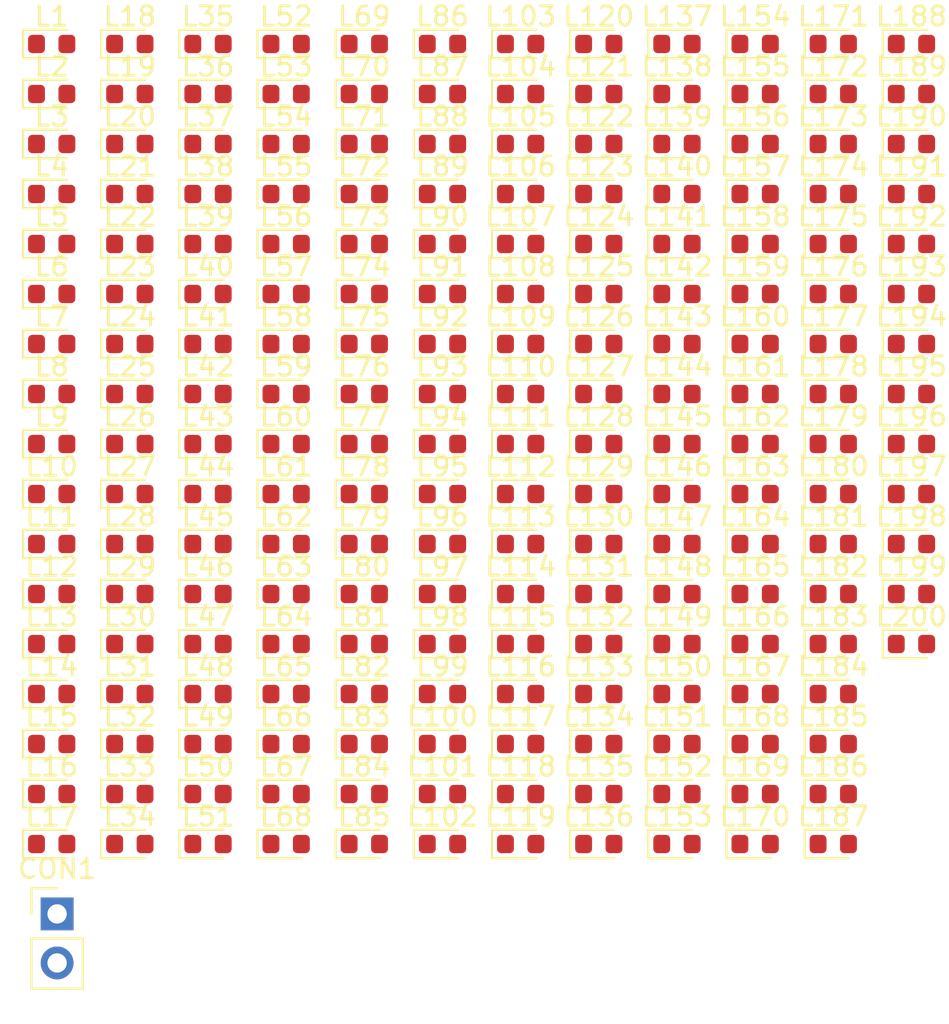
<source format=kicad_pcb>
(kicad_pcb (version 20221018) (generator pcbnew)
  (layers (0 "F.Cu" signal) (31 "B.Cu" signal) (34 "B.Paste" user) (35 "F.Paste" user) (36 "B.SilkS" user "B.Silkscreen") (37 "F.SilkS" user "F.Silkscreen") (38 "B.Mask" user) (39 "F.Mask" user) (44 "Edge.Cuts" user))
  (net 0 "")
  (net 1 "/gnd_zz")
  (net 2 "/pin_2_zz")
  (footprint "oomlout_oomp_part_footprints:l6r_electronic_led_0603_red" (layer "F.Cu") (at 92.7125 97.65)
    (fp_text reference "L2" (at 0 -1.43) (layer "F.SilkS"))
    (fp_text value "l6r")
    (pad "1" smd roundrect (at -0.7875 0) (size 0.875 0.95) (layers "F.Cu" "F.Paste" "F.Mask") (net 1 "/gnd_zz"))
    (pad "2" smd roundrect (at 0.7875 0) (size 0.875 0.95) (layers "F.Cu" "F.Paste" "F.Mask") (net 2 "/pin_2_zz"))
  )
  (footprint "oomlout_oomp_part_footprints:l6r_electronic_led_0603_red" (layer "F.Cu") (at 92.7125 123.55)
    (fp_text reference "L12" (at 0 -1.43) (layer "F.SilkS"))
    (fp_text value "l6r")
    (pad "1" smd roundrect (at -0.7875 0) (size 0.875 0.95) (layers "F.Cu" "F.Paste" "F.Mask") (net 1 "/gnd_zz"))
    (pad "2" smd roundrect (at 0.7875 0) (size 0.875 0.95) (layers "F.Cu" "F.Paste" "F.Mask") (net 2 "/pin_2_zz"))
  )
  (footprint "oomlout_oomp_part_footprints:l6r_electronic_led_0603_red" (layer "F.Cu") (at 100.8125 95.06)
    (fp_text reference "L35" (at 0 -1.43) (layer "F.SilkS"))
    (fp_text value "l6r")
    (pad "1" smd roundrect (at -0.7875 0) (size 0.875 0.95) (layers "F.Cu" "F.Paste" "F.Mask") (net 1 "/gnd_zz"))
    (pad "2" smd roundrect (at 0.7875 0) (size 0.875 0.95) (layers "F.Cu" "F.Paste" "F.Mask") (net 2 "/pin_2_zz"))
  )
  (footprint "oomlout_oomp_part_footprints:l6r_electronic_led_0603_red" (layer "F.Cu") (at 129.1625 123.55)
    (fp_text reference "L165" (at 0 -1.43) (layer "F.SilkS"))
    (fp_text value "l6r")
    (pad "1" smd roundrect (at -0.7875 0) (size 0.875 0.95) (layers "F.Cu" "F.Paste" "F.Mask") (net 1 "/gnd_zz"))
    (pad "2" smd roundrect (at 0.7875 0) (size 0.875 0.95) (layers "F.Cu" "F.Paste" "F.Mask") (net 2 "/pin_2_zz"))
  )
  (footprint "oomlout_oomp_part_footprints:l6r_electronic_led_0603_red" (layer "F.Cu") (at 100.8125 136.5)
    (fp_text reference "L51" (at 0 -1.43) (layer "F.SilkS"))
    (fp_text value "l6r")
    (pad "1" smd roundrect (at -0.7875 0) (size 0.875 0.95) (layers "F.Cu" "F.Paste" "F.Mask") (net 1 "/gnd_zz"))
    (pad "2" smd roundrect (at 0.7875 0) (size 0.875 0.95) (layers "F.Cu" "F.Paste" "F.Mask") (net 2 "/pin_2_zz"))
  )
  (footprint "oomlout_oomp_part_footprints:l6r_electronic_led_0603_red" (layer "F.Cu") (at 100.8125 100.24)
    (fp_text reference "L37" (at 0 -1.43) (layer "F.SilkS"))
    (fp_text value "l6r")
    (pad "1" smd roundrect (at -0.7875 0) (size 0.875 0.95) (layers "F.Cu" "F.Paste" "F.Mask") (net 1 "/gnd_zz"))
    (pad "2" smd roundrect (at 0.7875 0) (size 0.875 0.95) (layers "F.Cu" "F.Paste" "F.Mask") (net 2 "/pin_2_zz"))
  )
  (footprint "oomlout_oomp_part_footprints:l6r_electronic_led_0603_red" (layer "F.Cu") (at 92.7125 120.96)
    (fp_text reference "L11" (at 0 -1.43) (layer "F.SilkS"))
    (fp_text value "l6r")
    (pad "1" smd roundrect (at -0.7875 0) (size 0.875 0.95) (layers "F.Cu" "F.Paste" "F.Mask") (net 1 "/gnd_zz"))
    (pad "2" smd roundrect (at 0.7875 0) (size 0.875 0.95) (layers "F.Cu" "F.Paste" "F.Mask") (net 2 "/pin_2_zz"))
  )
  (footprint "oomlout_oomp_part_footprints:l6r_electronic_led_0603_red" (layer "F.Cu") (at 108.9125 123.55)
    (fp_text reference "L80" (at 0 -1.43) (layer "F.SilkS"))
    (fp_text value "l6r")
    (pad "1" smd roundrect (at -0.7875 0) (size 0.875 0.95) (layers "F.Cu" "F.Paste" "F.Mask") (net 1 "/gnd_zz"))
    (pad "2" smd roundrect (at 0.7875 0) (size 0.875 0.95) (layers "F.Cu" "F.Paste" "F.Mask") (net 2 "/pin_2_zz"))
  )
  (footprint "oomlout_oomp_part_footprints:l6r_electronic_led_0603_red" (layer "F.Cu") (at 92.7125 128.73)
    (fp_text reference "L14" (at 0 -1.43) (layer "F.SilkS"))
    (fp_text value "l6r")
    (pad "1" smd roundrect (at -0.7875 0) (size 0.875 0.95) (layers "F.Cu" "F.Paste" "F.Mask") (net 1 "/gnd_zz"))
    (pad "2" smd roundrect (at 0.7875 0) (size 0.875 0.95) (layers "F.Cu" "F.Paste" "F.Mask") (net 2 "/pin_2_zz"))
  )
  (footprint "oomlout_oomp_part_footprints:l6r_electronic_led_0603_red" (layer "F.Cu") (at 112.9625 115.78)
    (fp_text reference "L94" (at 0 -1.43) (layer "F.SilkS"))
    (fp_text value "l6r")
    (pad "1" smd roundrect (at -0.7875 0) (size 0.875 0.95) (layers "F.Cu" "F.Paste" "F.Mask") (net 1 "/gnd_zz"))
    (pad "2" smd roundrect (at 0.7875 0) (size 0.875 0.95) (layers "F.Cu" "F.Paste" "F.Mask") (net 2 "/pin_2_zz"))
  )
  (footprint "oomlout_oomp_part_footprints:l6r_electronic_led_0603_red" (layer "F.Cu") (at 121.0625 131.32)
    (fp_text reference "L134" (at 0 -1.43) (layer "F.SilkS"))
    (fp_text value "l6r")
    (pad "1" smd roundrect (at -0.7875 0) (size 0.875 0.95) (layers "F.Cu" "F.Paste" "F.Mask") (net 1 "/gnd_zz"))
    (pad "2" smd roundrect (at 0.7875 0) (size 0.875 0.95) (layers "F.Cu" "F.Paste" "F.Mask") (net 2 "/pin_2_zz"))
  )
  (footprint "oomlout_oomp_part_footprints:l6r_electronic_led_0603_red" (layer "F.Cu") (at 108.9125 95.06)
    (fp_text reference "L69" (at 0 -1.43) (layer "F.SilkS"))
    (fp_text value "l6r")
    (pad "1" smd roundrect (at -0.7875 0) (size 0.875 0.95) (layers "F.Cu" "F.Paste" "F.Mask") (net 1 "/gnd_zz"))
    (pad "2" smd roundrect (at 0.7875 0) (size 0.875 0.95) (layers "F.Cu" "F.Paste" "F.Mask") (net 2 "/pin_2_zz"))
  )
  (footprint "oomlout_oomp_part_footprints:l6r_electronic_led_0603_red" (layer "F.Cu") (at 137.2625 108.01)
    (fp_text reference "L193" (at 0 -1.43) (layer "F.SilkS"))
    (fp_text value "l6r")
    (pad "1" smd roundrect (at -0.7875 0) (size 0.875 0.95) (layers "F.Cu" "F.Paste" "F.Mask") (net 1 "/gnd_zz"))
    (pad "2" smd roundrect (at 0.7875 0) (size 0.875 0.95) (layers "F.Cu" "F.Paste" "F.Mask") (net 2 "/pin_2_zz"))
  )
  (footprint "oomlout_oomp_part_footprints:l6r_electronic_led_0603_red" (layer "F.Cu") (at 100.8125 97.65)
    (fp_text reference "L36" (at 0 -1.43) (layer "F.SilkS"))
    (fp_text value "l6r")
    (pad "1" smd roundrect (at -0.7875 0) (size 0.875 0.95) (layers "F.Cu" "F.Paste" "F.Mask") (net 1 "/gnd_zz"))
    (pad "2" smd roundrect (at 0.7875 0) (size 0.875 0.95) (layers "F.Cu" "F.Paste" "F.Mask") (net 2 "/pin_2_zz"))
  )
  (footprint "oomlout_oomp_part_footprints:l6r_electronic_led_0603_red" (layer "F.Cu") (at 96.7625 108.01)
    (fp_text reference "L23" (at 0 -1.43) (layer "F.SilkS"))
    (fp_text value "l6r")
    (pad "1" smd roundrect (at -0.7875 0) (size 0.875 0.95) (layers "F.Cu" "F.Paste" "F.Mask") (net 1 "/gnd_zz"))
    (pad "2" smd roundrect (at 0.7875 0) (size 0.875 0.95) (layers "F.Cu" "F.Paste" "F.Mask") (net 2 "/pin_2_zz"))
  )
  (footprint "oomlout_oomp_part_footprints:l6r_electronic_led_0603_red" (layer "F.Cu") (at 96.7625 105.42)
    (fp_text reference "L22" (at 0 -1.43) (layer "F.SilkS"))
    (fp_text value "l6r")
    (pad "1" smd roundrect (at -0.7875 0) (size 0.875 0.95) (layers "F.Cu" "F.Paste" "F.Mask") (net 1 "/gnd_zz"))
    (pad "2" smd roundrect (at 0.7875 0) (size 0.875 0.95) (layers "F.Cu" "F.Paste" "F.Mask") (net 2 "/pin_2_zz"))
  )
  (footprint "oomlout_oomp_part_footprints:l6r_electronic_led_0603_red" (layer "F.Cu") (at 133.2125 118.37)
    (fp_text reference "L180" (at 0 -1.43) (layer "F.SilkS"))
    (fp_text value "l6r")
    (pad "1" smd roundrect (at -0.7875 0) (size 0.875 0.95) (layers "F.Cu" "F.Paste" "F.Mask") (net 1 "/gnd_zz"))
    (pad "2" smd roundrect (at 0.7875 0) (size 0.875 0.95) (layers "F.Cu" "F.Paste" "F.Mask") (net 2 "/pin_2_zz"))
  )
  (footprint "oomlout_oomp_part_footprints:l6r_electronic_led_0603_red" (layer "F.Cu") (at 108.9125 128.73)
    (fp_text reference "L82" (at 0 -1.43) (layer "F.SilkS"))
    (fp_text value "l6r")
    (pad "1" smd roundrect (at -0.7875 0) (size 0.875 0.95) (layers "F.Cu" "F.Paste" "F.Mask") (net 1 "/gnd_zz"))
    (pad "2" smd roundrect (at 0.7875 0) (size 0.875 0.95) (layers "F.Cu" "F.Paste" "F.Mask") (net 2 "/pin_2_zz"))
  )
  (footprint "oomlout_oomp_part_footprints:l6r_electronic_led_0603_red" (layer "F.Cu") (at 96.7625 126.14)
    (fp_text reference "L30" (at 0 -1.43) (layer "F.SilkS"))
    (fp_text value "l6r")
    (pad "1" smd roundrect (at -0.7875 0) (size 0.875 0.95) (layers "F.Cu" "F.Paste" "F.Mask") (net 1 "/gnd_zz"))
    (pad "2" smd roundrect (at 0.7875 0) (size 0.875 0.95) (layers "F.Cu" "F.Paste" "F.Mask") (net 2 "/pin_2_zz"))
  )
  (footprint "oomlout_oomp_part_footprints:l6r_electronic_led_0603_red" (layer "F.Cu") (at 117.0125 105.42)
    (fp_text reference "L107" (at 0 -1.43) (layer "F.SilkS"))
    (fp_text value "l6r")
    (pad "1" smd roundrect (at -0.7875 0) (size 0.875 0.95) (layers "F.Cu" "F.Paste" "F.Mask") (net 1 "/gnd_zz"))
    (pad "2" smd roundrect (at 0.7875 0) (size 0.875 0.95) (layers "F.Cu" "F.Paste" "F.Mask") (net 2 "/pin_2_zz"))
  )
  (footprint "oomlout_oomp_part_footprints:l6r_electronic_led_0603_red" (layer "F.Cu") (at 133.2125 120.96)
    (fp_text reference "L181" (at 0 -1.43) (layer "F.SilkS"))
    (fp_text value "l6r")
    (pad "1" smd roundrect (at -0.7875 0) (size 0.875 0.95) (layers "F.Cu" "F.Paste" "F.Mask") (net 1 "/gnd_zz"))
    (pad "2" smd roundrect (at 0.7875 0) (size 0.875 0.95) (layers "F.Cu" "F.Paste" "F.Mask") (net 2 "/pin_2_zz"))
  )
  (footprint "oomlout_oomp_part_footprints:l6r_electronic_led_0603_red" (layer "F.Cu") (at 96.7625 100.24)
    (fp_text reference "L20" (at 0 -1.43) (layer "F.SilkS"))
    (fp_text value "l6r")
    (pad "1" smd roundrect (at -0.7875 0) (size 0.875 0.95) (layers "F.Cu" "F.Paste" "F.Mask") (net 1 "/gnd_zz"))
    (pad "2" smd roundrect (at 0.7875 0) (size 0.875 0.95) (layers "F.Cu" "F.Paste" "F.Mask") (net 2 "/pin_2_zz"))
  )
  (footprint "oomlout_oomp_part_footprints:l6r_electronic_led_0603_red" (layer "F.Cu") (at 92.7125 131.32)
    (fp_text reference "L15" (at 0 -1.43) (layer "F.SilkS"))
    (fp_text value "l6r")
    (pad "1" smd roundrect (at -0.7875 0) (size 0.875 0.95) (layers "F.Cu" "F.Paste" "F.Mask") (net 1 "/gnd_zz"))
    (pad "2" smd roundrect (at 0.7875 0) (size 0.875 0.95) (layers "F.Cu" "F.Paste" "F.Mask") (net 2 "/pin_2_zz"))
  )
  (footprint "oomlout_oomp_part_footprints:l6r_electronic_led_0603_red" (layer "F.Cu") (at 112.9625 136.5)
    (fp_text reference "L102" (at 0 -1.43) (layer "F.SilkS"))
    (fp_text value "l6r")
    (pad "1" smd roundrect (at -0.7875 0) (size 0.875 0.95) (layers "F.Cu" "F.Paste" "F.Mask") (net 1 "/gnd_zz"))
    (pad "2" smd roundrect (at 0.7875 0) (size 0.875 0.95) (layers "F.Cu" "F.Paste" "F.Mask") (net 2 "/pin_2_zz"))
  )
  (footprint "oomlout_oomp_part_footprints:l6r_electronic_led_0603_red" (layer "F.Cu") (at 104.8625 102.83)
    (fp_text reference "L55" (at 0 -1.43) (layer "F.SilkS"))
    (fp_text value "l6r")
    (pad "1" smd roundrect (at -0.7875 0) (size 0.875 0.95) (layers "F.Cu" "F.Paste" "F.Mask") (net 1 "/gnd_zz"))
    (pad "2" smd roundrect (at 0.7875 0) (size 0.875 0.95) (layers "F.Cu" "F.Paste" "F.Mask") (net 2 "/pin_2_zz"))
  )
  (footprint "oomlout_oomp_part_footprints:l6r_electronic_led_0603_red" (layer "F.Cu") (at 108.9125 100.24)
    (fp_text reference "L71" (at 0 -1.43) (layer "F.SilkS"))
    (fp_text value "l6r")
    (pad "1" smd roundrect (at -0.7875 0) (size 0.875 0.95) (layers "F.Cu" "F.Paste" "F.Mask") (net 1 "/gnd_zz"))
    (pad "2" smd roundrect (at 0.7875 0) (size 0.875 0.95) (layers "F.Cu" "F.Paste" "F.Mask") (net 2 "/pin_2_zz"))
  )
  (footprint "oomlout_oomp_part_footprints:l6r_electronic_led_0603_red" (layer "F.Cu") (at 100.8125 115.78)
    (fp_text reference "L43" (at 0 -1.43) (layer "F.SilkS"))
    (fp_text value "l6r")
    (pad "1" smd roundrect (at -0.7875 0) (size 0.875 0.95) (layers "F.Cu" "F.Paste" "F.Mask") (net 1 "/gnd_zz"))
    (pad "2" smd roundrect (at 0.7875 0) (size 0.875 0.95) (layers "F.Cu" "F.Paste" "F.Mask") (net 2 "/pin_2_zz"))
  )
  (footprint "oomlout_oomp_part_footprints:l6r_electronic_led_0603_red" (layer "F.Cu") (at 125.1125 123.55)
    (fp_text reference "L148" (at 0 -1.43) (layer "F.SilkS"))
    (fp_text value "l6r")
    (pad "1" smd roundrect (at -0.7875 0) (size 0.875 0.95) (layers "F.Cu" "F.Paste" "F.Mask") (net 1 "/gnd_zz"))
    (pad "2" smd roundrect (at 0.7875 0) (size 0.875 0.95) (layers "F.Cu" "F.Paste" "F.Mask") (net 2 "/pin_2_zz"))
  )
  (footprint "oomlout_oomp_part_footprints:l6r_electronic_led_0603_red" (layer "F.Cu") (at 125.1125 115.78)
    (fp_text reference "L145" (at 0 -1.43) (layer "F.SilkS"))
    (fp_text value "l6r")
    (pad "1" smd roundrect (at -0.7875 0) (size 0.875 0.95) (layers "F.Cu" "F.Paste" "F.Mask") (net 1 "/gnd_zz"))
    (pad "2" smd roundrect (at 0.7875 0) (size 0.875 0.95) (layers "F.Cu" "F.Paste" "F.Mask") (net 2 "/pin_2_zz"))
  )
  (footprint "oomlout_oomp_part_footprints:l6r_electronic_led_0603_red" (layer "F.Cu") (at 129.1625 105.42)
    (fp_text reference "L158" (at 0 -1.43) (layer "F.SilkS"))
    (fp_text value "l6r")
    (pad "1" smd roundrect (at -0.7875 0) (size 0.875 0.95) (layers "F.Cu" "F.Paste" "F.Mask") (net 1 "/gnd_zz"))
    (pad "2" smd roundrect (at 0.7875 0) (size 0.875 0.95) (layers "F.Cu" "F.Paste" "F.Mask") (net 2 "/pin_2_zz"))
  )
  (footprint "oomlout_oomp_part_footprints:l6r_electronic_led_0603_red" (layer "F.Cu") (at 104.8625 97.65)
    (fp_text reference "L53" (at 0 -1.43) (layer "F.SilkS"))
    (fp_text value "l6r")
    (pad "1" smd roundrect (at -0.7875 0) (size 0.875 0.95) (layers "F.Cu" "F.Paste" "F.Mask") (net 1 "/gnd_zz"))
    (pad "2" smd roundrect (at 0.7875 0) (size 0.875 0.95) (layers "F.Cu" "F.Paste" "F.Mask") (net 2 "/pin_2_zz"))
  )
  (footprint "oomlout_oomp_part_footprints:hi12pth_electronic_header_2_54_mm_2_pin_through_hole" (layer "F.Cu") (at 92.9925 140.12)
    (fp_text reference "CON1" (at 0 -2.33) (layer "F.SilkS"))
    (fp_text value "hi12pth")
    (pad "1" thru_hole rect (at 0 0) (size 1.7 1.7) (drill 1) (layers "*.Cu" "*.Mask") (net 1 "/gnd_zz"))
    (pad "2" thru_hole oval (at 0 2.54) (size 1.7 1.7) (drill 1) (layers "*.Cu" "*.Mask") (net 2 "/pin_2_zz"))
  )
  (footprint "oomlout_oomp_part_footprints:l6r_electronic_led_0603_red" (layer "F.Cu") (at 112.9625 126.14)
    (fp_text reference "L98" (at 0 -1.43) (layer "F.SilkS"))
    (fp_text value "l6r")
    (pad "1" smd roundrect (at -0.7875 0) (size 0.875 0.95) (layers "F.Cu" "F.Paste" "F.Mask") (net 1 "/gnd_zz"))
    (pad "2" smd roundrect (at 0.7875 0) (size 0.875 0.95) (layers "F.Cu" "F.Paste" "F.Mask") (net 2 "/pin_2_zz"))
  )
  (footprint "oomlout_oomp_part_footprints:l6r_electronic_led_0603_red" (layer "F.Cu") (at 129.1625 126.14)
    (fp_text reference "L166" (at 0 -1.43) (layer "F.SilkS"))
    (fp_text value "l6r")
    (pad "1" smd roundrect (at -0.7875 0) (size 0.875 0.95) (layers "F.Cu" "F.Paste" "F.Mask") (net 1 "/gnd_zz"))
    (pad "2" smd roundrect (at 0.7875 0) (size 0.875 0.95) (layers "F.Cu" "F.Paste" "F.Mask") (net 2 "/pin_2_zz"))
  )
  (footprint "oomlout_oomp_part_footprints:l6r_electronic_led_0603_red" (layer "F.Cu") (at 129.1625 97.65)
    (fp_text reference "L155" (at 0 -1.43) (layer "F.SilkS"))
    (fp_text value "l6r")
    (pad "1" smd roundrect (at -0.7875 0) (size 0.875 0.95) (layers "F.Cu" "F.Paste" "F.Mask") (net 1 "/gnd_zz"))
    (pad "2" smd roundrect (at 0.7875 0) (size 0.875 0.95) (layers "F.Cu" "F.Paste" "F.Mask") (net 2 "/pin_2_zz"))
  )
  (footprint "oomlout_oomp_part_footprints:l6r_electronic_led_0603_red" (layer "F.Cu") (at 100.8125 131.32)
    (fp_text reference "L49" (at 0 -1.43) (layer "F.SilkS"))
    (fp_text value "l6r")
    (pad "1" smd roundrect (at -0.7875 0) (size 0.875 0.95) (layers "F.Cu" "F.Paste" "F.Mask") (net 1 "/gnd_zz"))
    (pad "2" smd roundrect (at 0.7875 0) (size 0.875 0.95) (layers "F.Cu" "F.Paste" "F.Mask") (net 2 "/pin_2_zz"))
  )
  (footprint "oomlout_oomp_part_footprints:l6r_electronic_led_0603_red" (layer "F.Cu") (at 96.7625 95.06)
    (fp_text reference "L18" (at 0 -1.43) (layer "F.SilkS"))
    (fp_text value "l6r")
    (pad "1" smd roundrect (at -0.7875 0) (size 0.875 0.95) (layers "F.Cu" "F.Paste" "F.Mask") (net 1 "/gnd_zz"))
    (pad "2" smd roundrect (at 0.7875 0) (size 0.875 0.95) (layers "F.Cu" "F.Paste" "F.Mask") (net 2 "/pin_2_zz"))
  )
  (footprint "oomlout_oomp_part_footprints:l6r_electronic_led_0603_red" (layer "F.Cu") (at 125.1125 118.37)
    (fp_text reference "L146" (at 0 -1.43) (layer "F.SilkS"))
    (fp_text value "l6r")
    (pad "1" smd roundrect (at -0.7875 0) (size 0.875 0.95) (layers "F.Cu" "F.Paste" "F.Mask") (net 1 "/gnd_zz"))
    (pad "2" smd roundrect (at 0.7875 0) (size 0.875 0.95) (layers "F.Cu" "F.Paste" "F.Mask") (net 2 "/pin_2_zz"))
  )
  (footprint "oomlout_oomp_part_footprints:l6r_electronic_led_0603_red" (layer "F.Cu") (at 117.0125 115.78)
    (fp_text reference "L111" (at 0 -1.43) (layer "F.SilkS"))
    (fp_text value "l6r")
    (pad "1" smd roundrect (at -0.7875 0) (size 0.875 0.95) (layers "F.Cu" "F.Paste" "F.Mask") (net 1 "/gnd_zz"))
    (pad "2" smd roundrect (at 0.7875 0) (size 0.875 0.95) (layers "F.Cu" "F.Paste" "F.Mask") (net 2 "/pin_2_zz"))
  )
  (footprint "oomlout_oomp_part_footprints:l6r_electronic_led_0603_red" (layer "F.Cu") (at 96.7625 133.91)
    (fp_text reference "L33" (at 0 -1.43) (layer "F.SilkS"))
    (fp_text value "l6r")
    (pad "1" smd roundrect (at -0.7875 0) (size 0.875 0.95) (layers "F.Cu" "F.Paste" "F.Mask") (net 1 "/gnd_zz"))
    (pad "2" smd roundrect (at 0.7875 0) (size 0.875 0.95) (layers "F.Cu" "F.Paste" "F.Mask") (net 2 "/pin_2_zz"))
  )
  (footprint "oomlout_oomp_part_footprints:l6r_electronic_led_0603_red" (layer "F.Cu") (at 100.8125 108.01)
    (fp_text reference "L40" (at 0 -1.43) (layer "F.SilkS"))
    (fp_text value "l6r")
    (pad "1" smd roundrect (at -0.7875 0) (size 0.875 0.95) (layers "F.Cu" "F.Paste" "F.Mask") (net 1 "/gnd_zz"))
    (pad "2" smd roundrect (at 0.7875 0) (size 0.875 0.95) (layers "F.Cu" "F.Paste" "F.Mask") (net 2 "/pin_2_zz"))
  )
  (footprint "oomlout_oomp_part_footprints:l6r_electronic_led_0603_red" (layer "F.Cu") (at 108.9125 126.14)
    (fp_text reference "L81" (at 0 -1.43) (layer "F.SilkS"))
    (fp_text value "l6r")
    (pad "1" smd roundrect (at -0.7875 0) (size 0.875 0.95) (layers "F.Cu" "F.Paste" "F.Mask") (net 1 "/gnd_zz"))
    (pad "2" smd roundrect (at 0.7875 0) (size 0.875 0.95) (layers "F.Cu" "F.Paste" "F.Mask") (net 2 "/pin_2_zz"))
  )
  (footprint "oomlout_oomp_part_footprints:l6r_electronic_led_0603_red" (layer "F.Cu") (at 133.2125 126.14)
    (fp_text reference "L183" (at 0 -1.43) (layer "F.SilkS"))
    (fp_text value "l6r")
    (pad "1" smd roundrect (at -0.7875 0) (size 0.875 0.95) (layers "F.Cu" "F.Paste" "F.Mask") (net 1 "/gnd_zz"))
    (pad "2" smd roundrect (at 0.7875 0) (size 0.875 0.95) (layers "F.Cu" "F.Paste" "F.Mask") (net 2 "/pin_2_zz"))
  )
  (footprint "oomlout_oomp_part_footprints:l6r_electronic_led_0603_red" (layer "F.Cu") (at 108.9125 110.6)
    (fp_text reference "L75" (at 0 -1.43) (layer "F.SilkS"))
    (fp_text value "l6r")
    (pad "1" smd roundrect (at -0.7875 0) (size 0.875 0.95) (layers "F.Cu" "F.Paste" "F.Mask") (net 1 "/gnd_zz"))
    (pad "2" smd roundrect (at 0.7875 0) (size 0.875 0.95) (layers "F.Cu" "F.Paste" "F.Mask") (net 2 "/pin_2_zz"))
  )
  (footprint "oomlout_oomp_part_footprints:l6r_electronic_led_0603_red" (layer "F.Cu") (at 133.2125 95.06)
    (fp_text reference "L171" (at 0 -1.43) (layer "F.SilkS"))
    (fp_text value "l6r")
    (pad "1" smd roundrect (at -0.7875 0) (size 0.875 0.95) (layers "F.Cu" "F.Paste" "F.Mask") (net 1 "/gnd_zz"))
    (pad "2" smd roundrect (at 0.7875 0) (size 0.875 0.95) (layers "F.Cu" "F.Paste" "F.Mask") (net 2 "/pin_2_zz"))
  )
  (footprint "oomlout_oomp_part_footprints:l6r_electronic_led_0603_red" (layer "F.Cu") (at 125.1125 110.6)
    (fp_text reference "L143" (at 0 -1.43) (layer "F.SilkS"))
    (fp_text value "l6r")
    (pad "1" smd roundrect (at -0.7875 0) (size 0.875 0.95) (layers "F.Cu" "F.Paste" "F.Mask") (net 1 "/gnd_zz"))
    (pad "2" smd roundrect (at 0.7875 0) (size 0.875 0.95) (layers "F.Cu" "F.Paste" "F.Mask") (net 2 "/pin_2_zz"))
  )
  (footprint "oomlout_oomp_part_footprints:l6r_electronic_led_0603_red" (layer "F.Cu") (at 96.7625 110.6)
    (fp_text reference "L24" (at 0 -1.43) (layer "F.SilkS"))
    (fp_text value "l6r")
    (pad "1" smd roundrect (at -0.7875 0) (size 0.875 0.95) (layers "F.Cu" "F.Paste" "F.Mask") (net 1 "/gnd_zz"))
    (pad "2" smd roundrect (at 0.7875 0) (size 0.875 0.95) (layers "F.Cu" "F.Paste" "F.Mask") (net 2 "/pin_2_zz"))
  )
  (footprint "oomlout_oomp_part_footprints:l6r_electronic_led_0603_red" (layer "F.Cu") (at 129.1625 128.73)
    (fp_text reference "L167" (at 0 -1.43) (layer "F.SilkS"))
    (fp_text value "l6r")
    (pad "1" smd roundrect (at -0.7875 0) (size 0.875 0.95) (layers "F.Cu" "F.Paste" "F.Mask") (net 1 "/gnd_zz"))
    (pad "2" smd roundrect (at 0.7875 0) (size 0.875 0.95) (layers "F.Cu" "F.Paste" "F.Mask") (net 2 "/pin_2_zz"))
  )
  (footprint "oomlout_oomp_part_footprints:l6r_electronic_led_0603_red" (layer "F.Cu") (at 104.8625 126.14)
    (fp_text reference "L64" (at 0 -1.43) (layer "F.SilkS"))
    (fp_text value "l6r")
    (pad "1" smd roundrect (at -0.7875 0) (size 0.875 0.95) (layers "F.Cu" "F.Paste" "F.Mask") (net 1 "/gnd_zz"))
    (pad "2" smd roundrect (at 0.7875 0) (size 0.875 0.95) (layers "F.Cu" "F.Paste" "F.Mask") (net 2 "/pin_2_zz"))
  )
  (footprint "oomlout_oomp_part_footprints:l6r_electronic_led_0603_red" (layer "F.Cu") (at 100.8125 102.83)
    (fp_text reference "L38" (at 0 -1.43) (layer "F.SilkS"))
    (fp_text value "l6r")
    (pad "1" smd roundrect (at -0.7875 0) (size 0.875 0.95) (layers "F.Cu" "F.Paste" "F.Mask") (net 1 "/gnd_zz"))
    (pad "2" smd roundrect (at 0.7875 0) (size 0.875 0.95) (layers "F.Cu" "F.Paste" "F.Mask") (net 2 "/pin_2_zz"))
  )
  (footprint "oomlout_oomp_part_footprints:l6r_electronic_led_0603_red" (layer "F.Cu") (at 100.8125 110.6)
    (fp_text reference "L41" (at 0 -1.43) (layer "F.SilkS"))
    (fp_text value "l6r")
    (pad "1" smd roundrect (at -0.7875 0) (size 0.875 0.95) (layers "F.Cu" "F.Paste" "F.Mask") (net 1 "/gnd_zz"))
    (pad "2" smd roundrect (at 0.7875 0) (size 0.875 0.95) (layers "F.Cu" "F.Paste" "F.Mask") (net 2 "/pin_2_zz"))
  )
  (footprint "oomlout_oomp_part_footprints:l6r_electronic_led_0603_red" (layer "F.Cu") (at 104.8625 113.19)
    (fp_text reference "L59" (at 0 -1.43) (layer "F.SilkS"))
    (fp_text value "l6r")
    (pad "1" smd roundrect (at -0.7875 0) (size 0.875 0.95) (layers "F.Cu" "F.Paste" "F.Mask") (net 1 "/gnd_zz"))
    (pad "2" smd roundrect (at 0.7875 0) (size 0.875 0.95) (layers "F.Cu" "F.Paste" "F.Mask") (net 2 "/pin_2_zz"))
  )
  (footprint "oomlout_oomp_part_footprints:l6r_electronic_led_0603_red" (layer "F.Cu") (at 117.0125 131.32)
    (fp_text reference "L117" (at 0 -1.43) (layer "F.SilkS"))
    (fp_text value "l6r")
    (pad "1" smd roundrect (at -0.7875 0) (size 0.875 0.95) (layers "F.Cu" "F.Paste" "F.Mask") (net 1 "/gnd_zz"))
    (pad "2" smd roundrect (at 0.7875 0) (size 0.875 0.95) (layers "F.Cu" "F.Paste" "F.Mask") (net 2 "/pin_2_zz"))
  )
  (footprint "oomlout_oomp_part_footprints:l6r_electronic_led_0603_red" (layer "F.Cu") (at 117.0125 100.24)
    (fp_text reference "L105" (at 0 -1.43) (layer "F.SilkS"))
    (fp_text value "l6r")
    (pad "1" smd roundrect (at -0.7875 0) (size 0.875 0.95) (layers "F.Cu" "F.Paste" "F.Mask") (net 1 "/gnd_zz"))
    (pad "2" smd roundrect (at 0.7875 0) (size 0.875 0.95) (layers "F.Cu" "F.Paste" "F.Mask") (net 2 "/pin_2_zz"))
  )
  (footprint "oomlout_oomp_part_footprints:l6r_electronic_led_0603_red" (layer "F.Cu") (at 121.0625 95.06)
    (fp_text reference "L120" (at 0 -1.43) (layer "F.SilkS"))
    (fp_text value "l6r")
    (pad "1" smd roundrect (at -0.7875 0) (size 0.875 0.95) (layers "F.Cu" "F.Paste" "F.Mask") (net 1 "/gnd_zz"))
    (pad "2" smd roundrect (at 0.7875 0) (size 0.875 0.95) (layers "F.Cu" "F.Paste" "F.Mask") (net 2 "/pin_2_zz"))
  )
  (footprint "oomlout_oomp_part_footprints:l6r_electronic_led_0603_red" (layer "F.Cu") (at 125.1125 108.01)
    (fp_text reference "L142" (at 0 -1.43) (layer "F.SilkS"))
    (fp_text value "l6r")
    (pad "1" smd roundrect (at -0.7875 0) (size 0.875 0.95) (layers "F.Cu" "F.Paste" "F.Mask") (net 1 "/gnd_zz"))
    (pad "2" smd roundrect (at 0.7875 0) (size 0.875 0.95) (layers "F.Cu" "F.Paste" "F.Mask") (net 2 "/pin_2_zz"))
  )
  (footprint "oomlout_oomp_part_footprints:l6r_electronic_led_0603_red" (layer "F.Cu") (at 129.1625 120.96)
    (fp_text reference "L164" (at 0 -1.43) (layer "F.SilkS"))
    (fp_text value "l6r")
    (pad "1" smd roundrect (at -0.7875 0) (size 0.875 0.95) (layers "F.Cu" "F.Paste" "F.Mask") (net 1 "/gnd_zz"))
    (pad "2" smd roundrect (at 0.7875 0) (size 0.875 0.95) (layers "F.Cu" "F.Paste" "F.Mask") (net 2 "/pin_2_zz"))
  )
  (footprint "oomlout_oomp_part_footprints:l6r_electronic_led_0603_red" (layer "F.Cu") (at 108.9125 133.91)
    (fp_text reference "L84" (at 0 -1.43) (layer "F.SilkS"))
    (fp_text value "l6r")
    (pad "1" smd roundrect (at -0.7875 0) (size 0.875 0.95) (layers "F.Cu" "F.Paste" "F.Mask") (net 1 "/gnd_zz"))
    (pad "2" smd roundrect (at 0.7875 0) (size 0.875 0.95) (layers "F.Cu" "F.Paste" "F.Mask") (net 2 "/pin_2_zz"))
  )
  (footprint "oomlout_oomp_part_footprints:l6r_electronic_led_0603_red" (layer "F.Cu") (at 129.1625 100.24)
    (fp_text reference "L156" (at 0 -1.43) (layer "F.SilkS"))
    (fp_text value "l6r")
    (pad "1" smd roundrect (at -0.7875 0) (size 0.875 0.95) (layers "F.Cu" "F.Paste" "F.Mask") (net 1 "/gnd_zz"))
    (pad "2" smd roundrect (at 0.7875 0) (size 0.875 0.95) (layers "F.Cu" "F.Paste" "F.Mask") (net 2 "/pin_2_zz"))
  )
  (footprint "oomlout_oomp_part_footprints:l6r_electronic_led_0603_red" (layer "F.Cu") (at 117.0125 108.01)
    (fp_text reference "L108" (at 0 -1.43) (layer "F.SilkS"))
    (fp_text value "l6r")
    (pad "1" smd roundrect (at -0.7875 0) (size 0.875 0.95) (layers "F.Cu" "F.Paste" "F.Mask") (net 1 "/gnd_zz"))
    (pad "2" smd roundrect (at 0.7875 0) (size 0.875 0.95) (layers "F.Cu" "F.Paste" "F.Mask") (net 2 "/pin_2_zz"))
  )
  (footprint "oomlout_oomp_part_footprints:l6r_electronic_led_0603_red" (layer "F.Cu") (at 133.2125 108.01)
    (fp_text reference "L176" (at 0 -1.43) (layer "F.SilkS"))
    (fp_text value "l6r")
    (pad "1" smd roundrect (at -0.7875 0) (size 0.875 0.95) (layers "F.Cu" "F.Paste" "F.Mask") (net 1 "/gnd_zz"))
    (pad "2" smd roundrect (at 0.7875 0) (size 0.875 0.95) (layers "F.Cu" "F.Paste" "F.Mask") (net 2 "/pin_2_zz"))
  )
  (footprint "oomlout_oomp_part_footprints:l6r_electronic_led_0603_red" (layer "F.Cu") (at 121.0625 120.96)
    (fp_text reference "L130" (at 0 -1.43) (layer "F.SilkS"))
    (fp_text value "l6r")
    (pad "1" smd roundrect (at -0.7875 0) (size 0.875 0.95) (layers "F.Cu" "F.Paste" "F.Mask") (net 1 "/gnd_zz"))
    (pad "2" smd roundrect (at 0.7875 0) (size 0.875 0.95) (layers "F.Cu" "F.Paste" "F.Mask") (net 2 "/pin_2_zz"))
  )
  (footprint "oomlout_oomp_part_footprints:l6r_electronic_led_0603_red" (layer "F.Cu") (at 129.1625 131.32)
    (fp_text reference "L168" (at 0 -1.43) (layer "F.SilkS"))
    (fp_text value "l6r")
    (pad "1" smd roundrect (at -0.7875 0) (size 0.875 0.95) (layers "F.Cu" "F.Paste" "F.Mask") (net 1 "/gnd_zz"))
    (pad "2" smd roundrect (at 0.7875 0) (size 0.875 0.95) (layers "F.Cu" "F.Paste" "F.Mask") (net 2 "/pin_2_zz"))
  )
  (footprint "oomlout_oomp_part_footprints:l6r_electronic_led_0603_red" (layer "F.Cu") (at 125.1125 131.32)
    (fp_text reference "L151" (at 0 -1.43) (layer "F.SilkS"))
    (fp_text value "l6r")
    (pad "1" smd roundrect (at -0.7875 0) (size 0.875 0.95) (layers "F.Cu" "F.Paste" "F.Mask") (net 1 "/gnd_zz"))
    (pad "2" smd roundrect (at 0.7875 0) (size 0.875 0.95) (layers "F.Cu" "F.Paste" "F.Mask") (net 2 "/pin_2_zz"))
  )
  (footprint "oomlout_oomp_part_footprints:l6r_electronic_led_0603_red" (layer "F.Cu") (at 100.8125 120.96)
    (fp_text reference "L45" (at 0 -1.43) (layer "F.SilkS"))
    (fp_text value "l6r")
    (pad "1" smd roundrect (at -0.7875 0) (size 0.875 0.95) (layers "F.Cu" "F.Paste" "F.Mask") (net 1 "/gnd_zz"))
    (pad "2" smd roundrect (at 0.7875 0) (size 0.875 0.95) (layers "F.Cu" "F.Paste" "F.Mask") (net 2 "/pin_2_zz"))
  )
  (footprint "oomlout_oomp_part_footprints:l6r_electronic_led_0603_red" (layer "F.Cu") (at 117.0125 123.55)
    (fp_text reference "L114" (at 0 -1.43) (layer "F.SilkS"))
    (fp_text value "l6r")
    (pad "1" smd roundrect (at -0.7875 0) (size 0.875 0.95) (layers "F.Cu" "F.Paste" "F.Mask") (net 1 "/gnd_zz"))
    (pad "2" smd roundrect (at 0.7875 0) (size 0.875 0.95) (layers "F.Cu" "F.Paste" "F.Mask") (net 2 "/pin_2_zz"))
  )
  (footprint "oomlout_oomp_part_footprints:l6r_electronic_led_0603_red" (layer "F.Cu") (at 104.8625 100.24)
    (fp_text reference "L54" (at 0 -1.43) (layer "F.SilkS"))
    (fp_text value "l6r")
    (pad "1" smd roundrect (at -0.7875 0) (size 0.875 0.95) (layers "F.Cu" "F.Paste" "F.Mask") (net 1 "/gnd_zz"))
    (pad "2" smd roundrect (at 0.7875 0) (size 0.875 0.95) (layers "F.Cu" "F.Paste" "F.Mask") (net 2 "/pin_2_zz"))
  )
  (footprint "oomlout_oomp_part_footprints:l6r_electronic_led_0603_red" (layer "F.Cu") (at 96.7625 123.55)
    (fp_text reference "L29" (at 0 -1.43) (layer "F.SilkS"))
    (fp_text value "l6r")
    (pad "1" smd roundrect (at -0.7875 0) (size 0.875 0.95) (layers "F.Cu" "F.Paste" "F.Mask") (net 1 "/gnd_zz"))
    (pad "2" smd roundrect (at 0.7875 0) (size 0.875 0.95) (layers "F.Cu" "F.Paste" "F.Mask") (net 2 "/pin_2_zz"))
  )
  (footprint "oomlout_oomp_part_footprints:l6r_electronic_led_0603_red" (layer "F.Cu") (at 121.0625 128.73)
    (fp_text reference "L133" (at 0 -1.43) (layer "F.SilkS"))
    (fp_text value "l6r")
    (pad "1" smd roundrect (at -0.7875 0) (size 0.875 0.95) (layers "F.Cu" "F.Paste" "F.Mask") (net 1 "/gnd_zz"))
    (pad "2" smd roundrect (at 0.7875 0) (size 0.875 0.95) (layers "F.Cu" "F.Paste" "F.Mask") (net 2 "/pin_2_zz"))
  )
  (footprint "oomlout_oomp_part_footprints:l6r_electronic_led_0603_red" (layer "F.Cu") (at 100.8125 113.19)
    (fp_text reference "L42" (at 0 -1.43) (layer "F.SilkS"))
    (fp_text value "l6r")
    (pad "1" smd roundrect (at -0.7875 0) (size 0.875 0.95) (layers "F.Cu" "F.Paste" "F.Mask") (net 1 "/gnd_zz"))
    (pad "2" smd roundrect (at 0.7875 0) (size 0.875 0.95) (layers "F.Cu" "F.Paste" "F.Mask") (net 2 "/pin_2_zz"))
  )
  (footprint "oomlout_oomp_part_footprints:l6r_electronic_led_0603_red" (layer "F.Cu") (at 108.9125 120.96)
    (fp_text reference "L79" (at 0 -1.43) (layer "F.SilkS"))
    (fp_text value "l6r")
    (pad "1" smd roundrect (at -0.7875 0) (size 0.875 0.95) (layers "F.Cu" "F.Paste" "F.Mask") (net 1 "/gnd_zz"))
    (pad "2" smd roundrect (at 0.7875 0) (size 0.875 0.95) (layers "F.Cu" "F.Paste" "F.Mask") (net 2 "/pin_2_zz"))
  )
  (footprint "oomlout_oomp_part_footprints:l6r_electronic_led_0603_red" (layer "F.Cu") (at 108.9125 108.01)
    (fp_text reference "L74" (at 0 -1.43) (layer "F.SilkS"))
    (fp_text value "l6r")
    (pad "1" smd roundrect (at -0.7875 0) (size 0.875 0.95) (layers "F.Cu" "F.Paste" "F.Mask") (net 1 "/gnd_zz"))
    (pad "2" smd roundrect (at 0.7875 0) (size 0.875 0.95) (layers "F.Cu" "F.Paste" "F.Mask") (net 2 "/pin_2_zz"))
  )
  (footprint "oomlout_oomp_part_footprints:l6r_electronic_led_0603_red" (layer "F.Cu") (at 121.0625 133.91)
    (fp_text reference "L135" (at 0 -1.43) (layer "F.SilkS"))
    (fp_text value "l6r")
    (pad "1" smd roundrect (at -0.7875 0) (size 0.875 0.95) (layers "F.Cu" "F.Paste" "F.Mask") (net 1 "/gnd_zz"))
    (pad "2" smd roundrect (at 0.7875 0) (size 0.875 0.95) (layers "F.Cu" "F.Paste" "F.Mask") (net 2 "/pin_2_zz"))
  )
  (footprint "oomlout_oomp_part_footprints:l6r_electronic_led_0603_red" (layer "F.Cu") (at 125.1125 113.19)
    (fp_text reference "L144" (at 0 -1.43) (layer "F.SilkS"))
    (fp_text value "l6r")
    (pad "1" smd roundrect (at -0.7875 0) (size 0.875 0.95) (layers "F.Cu" "F.Paste" "F.Mask") (net 1 "/gnd_zz"))
    (pad "2" smd roundrect (at 0.7875 0) (size 0.875 0.95) (layers "F.Cu" "F.Paste" "F.Mask") (net 2 "/pin_2_zz"))
  )
  (footprint "oomlout_oomp_part_footprints:l6r_electronic_led_0603_red" (layer "F.Cu") (at 96.7625 128.73)
    (fp_text reference "L31" (at 0 -1.43) (layer "F.SilkS"))
    (fp_text value "l6r")
    (pad "1" smd roundrect (at -0.7875 0) (size 0.875 0.95) (layers "F.Cu" "F.Paste" "F.Mask") (net 1 "/gnd_zz"))
    (pad "2" smd roundrect (at 0.7875 0) (size 0.875 0.95) (layers "F.Cu" "F.Paste" "F.Mask") (net 2 "/pin_2_zz"))
  )
  (footprint "oomlout_oomp_part_footprints:l6r_electronic_led_0603_red" (layer "F.Cu") (at 112.9625 97.65)
    (fp_text reference "L87" (at 0 -1.43) (layer "F.SilkS"))
    (fp_text value "l6r")
    (pad "1" smd roundrect (at -0.7875 0) (size 0.875 0.95) (layers "F.Cu" "F.Paste" "F.Mask") (net 1 "/gnd_zz"))
    (pad "2" smd roundrect (at 0.7875 0) (size 0.875 0.95) (layers "F.Cu" "F.Paste" "F.Mask") (net 2 "/pin_2_zz"))
  )
  (footprint "oomlout_oomp_part_footprints:l6r_electronic_led_0603_red" (layer "F.Cu") (at 92.7125 136.5)
    (fp_text reference "L17" (at 0 -1.43) (layer "F.SilkS"))
    (fp_text value "l6r")
    (pad "1" smd roundrect (at -0.7875 0) (size 0.875 0.95) (layers "F.Cu" "F.Paste" "F.Mask") (net 1 "/gnd_zz"))
    (pad "2" smd roundrect (at 0.7875 0) (size 0.875 0.95) (layers "F.Cu" "F.Paste" "F.Mask") (net 2 "/pin_2_zz"))
  )
  (footprint "oomlout_oomp_part_footprints:l6r_electronic_led_0603_red" (layer "F.Cu") (at 104.8625 131.32)
    (fp_text reference "L66" (at 0 -1.43) (layer "F.SilkS"))
    (fp_text value "l6r")
    (pad "1" smd roundrect (at -0.7875 0) (size 0.875 0.95) (layers "F.Cu" "F.Paste" "F.Mask") (net 1 "/gnd_zz"))
    (pad "2" smd roundrect (at 0.7875 0) (size 0.875 0.95) (layers "F.Cu" "F.Paste" "F.Mask") (net 2 "/pin_2_zz"))
  )
  (footprint "oomlout_oomp_part_footprints:l6r_electronic_led_0603_red" (layer "F.Cu") (at 117.0125 102.83)
    (fp_text reference "L106" (at 0 -1.43) (layer "F.SilkS"))
    (fp_text value "l6r")
    (pad "1" smd roundrect (at -0.7875 0) (size 0.875 0.95) (layers "F.Cu" "F.Paste" "F.Mask") (net 1 "/gnd_zz"))
    (pad "2" smd roundrect (at 0.7875 0) (size 0.875 0.95) (layers "F.Cu" "F.Paste" "F.Mask") (net 2 "/pin_2_zz"))
  )
  (footprint "oomlout_oomp_part_footprints:l6r_electronic_led_0603_red" (layer "F.Cu") (at 129.1625 108.01)
    (fp_text reference "L159" (at 0 -1.43) (layer "F.SilkS"))
    (fp_text value "l6r")
    (pad "1" smd roundrect (at -0.7875 0) (size 0.875 0.95) (layers "F.Cu" "F.Paste" "F.Mask") (net 1 "/gnd_zz"))
    (pad "2" smd roundrect (at 0.7875 0) (size 0.875 0.95) (layers "F.Cu" "F.Paste" "F.Mask") (net 2 "/pin_2_zz"))
  )
  (footprint "oomlout_oomp_part_footprints:l6r_electronic_led_0603_red" (layer "F.Cu") (at 108.9125 97.65)
    (fp_text reference "L70" (at 0 -1.43) (layer "F.SilkS"))
    (fp_text value "l6r")
    (pad "1" smd roundrect (at -0.7875 0) (size 0.875 0.95) (layers "F.Cu" "F.Paste" "F.Mask") (net 1 "/gnd_zz"))
    (pad "2" smd roundrect (at 0.7875 0) (size 0.875 0.95) (layers "F.Cu" "F.Paste" "F.Mask") (net 2 "/pin_2_zz"))
  )
  (footprint "oomlout_oomp_part_footprints:l6r_electronic_led_0603_red" (layer "F.Cu") (at 125.1125 126.14)
    (fp_text reference "L149" (at 0 -1.43) (layer "F.SilkS"))
    (fp_text value "l6r")
    (pad "1" smd roundrect (at -0.7875 0) (size 0.875 0.95) (layers "F.Cu" "F.Paste" "F.Mask") (net 1 "/gnd_zz"))
    (pad "2" smd roundrect (at 0.7875 0) (size 0.875 0.95) (layers "F.Cu" "F.Paste" "F.Mask") (net 2 "/pin_2_zz"))
  )
  (footprint "oomlout_oomp_part_footprints:l6r_electronic_led_0603_red" (layer "F.Cu") (at 125.1125 97.65)
    (fp_text reference "L138" (at 0 -1.43) (layer "F.SilkS"))
    (fp_text value "l6r")
    (pad "1" smd roundrect (at -0.7875 0) (size 0.875 0.95) (layers "F.Cu" "F.Paste" "F.Mask") (net 1 "/gnd_zz"))
    (pad "2" smd roundrect (at 0.7875 0) (size 0.875 0.95) (layers "F.Cu" "F.Paste" "F.Mask") (net 2 "/pin_2_zz"))
  )
  (footprint "oomlout_oomp_part_footprints:l6r_electronic_led_0603_red" (layer "F.Cu") (at 129.1625 113.19)
    (fp_text reference "L161" (at 0 -1.43) (layer "F.SilkS"))
    (fp_text value "l6r")
    (pad "1" smd roundrect (at -0.7875 0) (size 0.875 0.95) (layers "F.Cu" "F.Paste" "F.Mask") (net 1 "/gnd_zz"))
    (pad "2" smd roundrect (at 0.7875 0) (size 0.875 0.95) (layers "F.Cu" "F.Paste" "F.Mask") (net 2 "/pin_2_zz"))
  )
  (footprint "oomlout_oomp_part_footprints:l6r_electronic_led_0603_red" (layer "F.Cu") (at 100.8125 118.37)
    (fp_text reference "L44" (at 0 -1.43) (layer "F.SilkS"))
    (fp_text value "l6r")
    (pad "1" smd roundrect (at -0.7875 0) (size 0.875 0.95) (layers "F.Cu" "F.Paste" "F.Mask") (net 1 "/gnd_zz"))
    (pad "2" smd roundrect (at 0.7875 0) (size 0.875 0.95) (layers "F.Cu" "F.Paste" "F.Mask") (net 2 "/pin_2_zz"))
  )
  (footprint "oomlout_oomp_part_footprints:l6r_electronic_led_0603_red" (layer "F.Cu") (at 121.0625 102.83)
    (fp_text reference "L123" (at 0 -1.43) (layer "F.SilkS"))
    (fp_text value "l6r")
    (pad "1" smd roundrect (at -0.7875 0) (size 0.875 0.95) (layers "F.Cu" "F.Paste" "F.Mask") (net 1 "/gnd_zz"))
    (pad "2" smd roundrect (at 0.7875 0) (size 0.875 0.95) (layers "F.Cu" "F.Paste" "F.Mask") (net 2 "/pin_2_zz"))
  )
  (footprint "oomlout_oomp_part_footprints:l6r_electronic_led_0603_red" (layer "F.Cu") (at 112.9625 131.32)
    (fp_text reference "L100" (at 0 -1.43) (layer "F.SilkS"))
    (fp_text value "l6r")
    (pad "1" smd roundrect (at -0.7875 0) (size 0.875 0.95) (layers "F.Cu" "F.Paste" "F.Mask") (net 1 "/gnd_zz"))
    (pad "2" smd roundrect (at 0.7875 0) (size 0.875 0.95) (layers "F.Cu" "F.Paste" "F.Mask") (net 2 "/pin_2_zz"))
  )
  (footprint "oomlout_oomp_part_footprints:l6r_electronic_led_0603_red" (layer "F.Cu") (at 137.2625 95.06)
    (fp_text reference "L188" (at 0 -1.43) (layer "F.SilkS"))
    (fp_text value "l6r")
    (pad "1" smd roundrect (at -0.7875 0) (size 0.875 0.95) (layers "F.Cu" "F.Paste" "F.Mask") (net 1 "/gnd_zz"))
    (pad "2" smd roundrect (at 0.7875 0) (size 0.875 0.95) (layers "F.Cu" "F.Paste" "F.Mask") (net 2 "/pin_2_zz"))
  )
  (footprint "oomlout_oomp_part_footprints:l6r_electronic_led_0603_red" (layer "F.Cu") (at 108.9125 131.32)
    (fp_text reference "L83" (at 0 -1.43) (layer "F.SilkS"))
    (fp_text value "l6r")
    (pad "1" smd roundrect (at -0.7875 0) (size 0.875 0.95) (layers "F.Cu" "F.Paste" "F.Mask") (net 1 "/gnd_zz"))
    (pad "2" smd roundrect (at 0.7875 0) (size 0.875 0.95) (layers "F.Cu" "F.Paste" "F.Mask") (net 2 "/pin_2_zz"))
  )
  (footprint "oomlout_oomp_part_footprints:l6r_electronic_led_0603_red" (layer "F.Cu") (at 92.7125 108.01)
    (fp_text reference "L6" (at 0 -1.43) (layer "F.SilkS"))
    (fp_text value "l6r")
    (pad "1" smd roundrect (at -0.7875 0) (size 0.875 0.95) (layers "F.Cu" "F.Paste" "F.Mask") (net 1 "/gnd_zz"))
    (pad "2" smd roundrect (at 0.7875 0) (size 0.875 0.95) (layers "F.Cu" "F.Paste" "F.Mask") (net 2 "/pin_2_zz"))
  )
  (footprint "oomlout_oomp_part_footprints:l6r_electronic_led_0603_red" (layer "F.Cu") (at 112.9625 102.83)
    (fp_text reference "L89" (at 0 -1.43) (layer "F.SilkS"))
    (fp_text value "l6r")
    (pad "1" smd roundrect (at -0.7875 0) (size 0.875 0.95) (layers "F.Cu" "F.Paste" "F.Mask") (net 1 "/gnd_zz"))
    (pad "2" smd roundrect (at 0.7875 0) (size 0.875 0.95) (layers "F.Cu" "F.Paste" "F.Mask") (net 2 "/pin_2_zz"))
  )
  (footprint "oomlout_oomp_part_footprints:l6r_electronic_led_0603_red" (layer "F.Cu") (at 96.7625 136.5)
    (fp_text reference "L34" (at 0 -1.43) (layer "F.SilkS"))
    (fp_text value "l6r")
    (pad "1" smd roundrect (at -0.7875 0) (size 0.875 0.95) (layers "F.Cu" "F.Paste" "F.Mask") (net 1 "/gnd_zz"))
    (pad "2" smd roundrect (at 0.7875 0) (size 0.875 0.95) (layers "F.Cu" "F.Paste" "F.Mask") (net 2 "/pin_2_zz"))
  )
  (footprint "oomlout_oomp_part_footprints:l6r_electronic_led_0603_red" (layer "F.Cu") (at 125.1125 95.06)
    (fp_text reference "L137" (at 0 -1.43) (layer "F.SilkS"))
    (fp_text value "l6r")
    (pad "1" smd roundrect (at -0.7875 0) (size 0.875 0.95) (layers "F.Cu" "F.Paste" "F.Mask") (net 1 "/gnd_zz"))
    (pad "2" smd roundrect (at 0.7875 0) (size 0.875 0.95) (layers "F.Cu" "F.Paste" "F.Mask") (net 2 "/pin_2_zz"))
  )
  (footprint "oomlout_oomp_part_footprints:l6r_electronic_led_0603_red" (layer "F.Cu") (at 104.8625 133.91)
    (fp_text reference "L67" (at 0 -1.43) (layer "F.SilkS"))
    (fp_text value "l6r")
    (pad "1" smd roundrect (at -0.7875 0) (size 0.875 0.95) (layers "F.Cu" "F.Paste" "F.Mask") (net 1 "/gnd_zz"))
    (pad "2" smd roundrect (at 0.7875 0) (size 0.875 0.95) (layers "F.Cu" "F.Paste" "F.Mask") (net 2 "/pin_2_zz"))
  )
  (footprint "oomlout_oomp_part_footprints:l6r_electronic_led_0603_red" (layer "F.Cu") (at 108.9125 105.42)
    (fp_text reference "L73" (at 0 -1.43) (layer "F.SilkS"))
    (fp_text value "l6r")
    (pad "1" smd roundrect (at -0.7875 0) (size 0.875 0.95) (layers "F.Cu" "F.Paste" "F.Mask") (net 1 "/gnd_zz"))
    (pad "2" smd roundrect (at 0.7875 0) (size 0.875 0.95) (layers "F.Cu" "F.Paste" "F.Mask") (net 2 "/pin_2_zz"))
  )
  (footprint "oomlout_oomp_part_footprints:l6r_electronic_led_0603_red" (layer "F.Cu") (at 117.0125 95.06)
    (fp_text reference "L103" (at 0 -1.43) (layer "F.SilkS"))
    (fp_text value "l6r")
    (pad "1" smd roundrect (at -0.7875 0) (size 0.875 0.95) (layers "F.Cu" "F.Paste" "F.Mask") (net 1 "/gnd_zz"))
    (pad "2" smd roundrect (at 0.7875 0) (size 0.875 0.95) (layers "F.Cu" "F.Paste" "F.Mask") (net 2 "/pin_2_zz"))
  )
  (footprint "oomlout_oomp_part_footprints:l6r_electronic_led_0603_red" (layer "F.Cu") (at 112.9625 118.37)
    (fp_text reference "L95" (at 0 -1.43) (layer "F.SilkS"))
    (fp_text value "l6r")
    (pad "1" smd roundrect (at -0.7875 0) (size 0.875 0.95) (layers "F.Cu" "F.Paste" "F.Mask") (net 1 "/gnd_zz"))
    (pad "2" smd roundrect (at 0.7875 0) (size 0.875 0.95) (layers "F.Cu" "F.Paste" "F.Mask") (net 2 "/pin_2_zz"))
  )
  (footprint "oomlout_oomp_part_footprints:l6r_electronic_led_0603_red" (layer "F.Cu") (at 104.8625 115.78)
    (fp_text reference "L60" (at 0 -1.43) (layer "F.SilkS"))
    (fp_text value "l6r")
    (pad "1" smd roundrect (at -0.7875 0) (size 0.875 0.95) (layers "F.Cu" "F.Paste" "F.Mask") (net 1 "/gnd_zz"))
    (pad "2" smd roundrect (at 0.7875 0) (size 0.875 0.95) (layers "F.Cu" "F.Paste" "F.Mask") (net 2 "/pin_2_zz"))
  )
  (footprint "oomlout_oomp_part_footprints:l6r_electronic_led_0603_red" (layer "F.Cu") (at 129.1625 95.06)
    (fp_text reference "L154" (at 0 -1.43) (layer "F.SilkS"))
    (fp_text value "l6r")
    (pad "1" smd roundrect (at -0.7875 0) (size 0.875 0.95) (layers "F.Cu" "F.Paste" "F.Mask") (net 1 "/gnd_zz"))
    (pad "2" smd roundrect (at 0.7875 0) (size 0.875 0.95) (layers "F.Cu" "F.Paste" "F.Mask") (net 2 "/pin_2_zz"))
  )
  (footprint "oomlout_oomp_part_footprints:l6r_electronic_led_0603_red" (layer "F.Cu") (at 92.7125 126.14)
    (fp_text reference "L13" (at 0 -1.43) (layer "F.SilkS"))
    (fp_text value "l6r")
    (pad "1" smd roundrect (at -0.7875 0) (size 0.875 0.95) (layers "F.Cu" "F.Paste" "F.Mask") (net 1 "/gnd_zz"))
    (pad "2" smd roundrect (at 0.7875 0) (size 0.875 0.95) (layers "F.Cu" "F.Paste" "F.Mask") (net 2 "/pin_2_zz"))
  )
  (footprint "oomlout_oomp_part_footprints:l6r_electronic_led_0603_red" (layer "F.Cu") (at 133.2125 128.73)
    (fp_text reference "L184" (at 0 -1.43) (layer "F.SilkS"))
    (fp_text value "l6r")
    (pad "1" smd roundrect (at -0.7875 0) (size 0.875 0.95) (layers "F.Cu" "F.Paste" "F.Mask") (net 1 "/gnd_zz"))
    (pad "2" smd roundrect (at 0.7875 0) (size 0.875 0.95) (layers "F.Cu" "F.Paste" "F.Mask") (net 2 "/pin_2_zz"))
  )
  (footprint "oomlout_oomp_part_footprints:l6r_electronic_led_0603_red" (layer "F.Cu") (at 92.7125 133.91)
    (fp_text reference "L16" (at 0 -1.43) (layer "F.SilkS"))
    (fp_text value "l6r")
    (pad "1" smd roundrect (at -0.7875 0) (size 0.875 0.95) (layers "F.Cu" "F.Paste" "F.Mask") (net 1 "/gnd_zz"))
    (pad "2" smd roundrect (at 0.7875 0) (size 0.875 0.95) (layers "F.Cu" "F.Paste" "F.Mask") (net 2 "/pin_2_zz"))
  )
  (footprint "oomlout_oomp_part_footprints:l6r_electronic_led_0603_red" (layer "F.Cu") (at 125.1125 133.91)
    (fp_text reference "L152" (at 0 -1.43) (layer "F.SilkS"))
    (fp_text value "l6r")
    (pad "1" smd roundrect (at -0.7875 0) (size 0.875 0.95) (layers "F.Cu" "F.Paste" "F.Mask") (net 1 "/gnd_zz"))
    (pad "2" smd roundrect (at 0.7875 0) (size 0.875 0.95) (layers "F.Cu" "F.Paste" "F.Mask") (net 2 "/pin_2_zz"))
  )
  (footprint "oomlout_oomp_part_footprints:l6r_electronic_led_0603_red" (layer "F.Cu") (at 92.7125 115.78)
    (fp_text reference "L9" (at 0 -1.43) (layer "F.SilkS"))
    (fp_text value "l6r")
    (pad "1" smd roundrect (at -0.7875 0) (size 0.875 0.95) (layers "F.Cu" "F.Paste" "F.Mask") (net 1 "/gnd_zz"))
    (pad "2" smd roundrect (at 0.7875 0) (size 0.875 0.95) (layers "F.Cu" "F.Paste" "F.Mask") (net 2 "/pin_2_zz"))
  )
  (footprint "oomlout_oomp_part_footprints:l6r_electronic_led_0603_red" (layer "F.Cu") (at 92.7125 95.06)
    (fp_text reference "L1" (at 0 -1.43) (layer "F.SilkS"))
    (fp_text value "l6r")
    (pad "1" smd roundrect (at -0.7875 0) (size 0.875 0.95) (layers "F.Cu" "F.Paste" "F.Mask") (net 1 "/gnd_zz"))
    (pad "2" smd roundrect (at 0.7875 0) (size 0.875 0.95) (layers "F.Cu" "F.Paste" "F.Mask") (net 2 "/pin_2_zz"))
  )
  (footprint "oomlout_oomp_part_footprints:l6r_electronic_led_0603_red" (layer "F.Cu") (at 137.2625 100.24)
    (fp_text reference "L190" (at 0 -1.43) (layer "F.SilkS"))
    (fp_text value "l6r")
    (pad "1" smd roundrect (at -0.7875 0) (size 0.875 0.95) (layers "F.Cu" "F.Paste" "F.Mask") (net 1 "/gnd_zz"))
    (pad "2" smd roundrect (at 0.7875 0) (size 0.875 0.95) (layers "F.Cu" "F.Paste" "F.Mask") (net 2 "/pin_2_zz"))
  )
  (footprint "oomlout_oomp_part_footprints:l6r_electronic_led_0603_red" (layer "F.Cu") (at 137.2625 105.42)
    (fp_text reference "L192" (at 0 -1.43) (layer "F.SilkS"))
    (fp_text value "l6r")
    (pad "1" smd roundrect (at -0.7875 0) (size 0.875 0.95) (layers "F.Cu" "F.Paste" "F.Mask") (net 1 "/gnd_zz"))
    (pad "2" smd roundrect (at 0.7875 0) (size 0.875 0.95) (layers "F.Cu" "F.Paste" "F.Mask") (net 2 "/pin_2_zz"))
  )
  (footprint "oomlout_oomp_part_footprints:l6r_electronic_led_0603_red" (layer "F.Cu") (at 108.9125 115.78)
    (fp_text reference "L77" (at 0 -1.43) (layer "F.SilkS"))
    (fp_text value "l6r")
    (pad "1" smd roundrect (at -0.7875 0) (size 0.875 0.95) (layers "F.Cu" "F.Paste" "F.Mask") (net 1 "/gnd_zz"))
    (pad "2" smd roundrect (at 0.7875 0) (size 0.875 0.95) (layers "F.Cu" "F.Paste" "F.Mask") (net 2 "/pin_2_zz"))
  )
  (footprint "oomlout_oomp_part_footprints:l6r_electronic_led_0603_red" (layer "F.Cu") (at 112.9625 95.06)
    (fp_text reference "L86" (at 0 -1.43) (layer "F.SilkS"))
    (fp_text value "l6r")
    (pad "1" smd roundrect (at -0.7875 0) (size 0.875 0.95) (layers "F.Cu" "F.Paste" "F.Mask") (net 1 "/gnd_zz"))
    (pad "2" smd roundrect (at 0.7875 0) (size 0.875 0.95) (layers "F.Cu" "F.Paste" "F.Mask") (net 2 "/pin_2_zz"))
  )
  (footprint "oomlout_oomp_part_footprints:l6r_electronic_led_0603_red" (layer "F.Cu") (at 133.2125 100.24)
    (fp_text reference "L173" (at 0 -1.43) (layer "F.SilkS"))
    (fp_text value "l6r")
    (pad "1" smd roundrect (at -0.7875 0) (size 0.875 0.95) (layers "F.Cu" "F.Paste" "F.Mask") (net 1 "/gnd_zz"))
    (pad "2" smd roundrect (at 0.7875 0) (size 0.875 0.95) (layers "F.Cu" "F.Paste" "F.Mask") (net 2 "/pin_2_zz"))
  )
  (footprint "oomlout_oomp_part_footprints:l6r_electronic_led_0603_red" (layer "F.Cu") (at 121.0625 105.42)
    (fp_text reference "L124" (at 0 -1.43) (layer "F.SilkS"))
    (fp_text value "l6r")
    (pad "1" smd roundrect (at -0.7875 0) (size 0.875 0.95) (layers "F.Cu" "F.Paste" "F.Mask") (net 1 "/gnd_zz"))
    (pad "2" smd roundrect (at 0.7875 0) (size 0.875 0.95) (layers "F.Cu" "F.Paste" "F.Mask") (net 2 "/pin_2_zz"))
  )
  (footprint "oomlout_oomp_part_footprints:l6r_electronic_led_0603_red" (layer "F.Cu") (at 112.9625 133.91)
    (fp_text reference "L101" (at 0 -1.43) (layer "F.SilkS"))
    (fp_text value "l6r")
    (pad "1" smd roundrect (at -0.7875 0) (size 0.875 0.95) (layers "F.Cu" "F.Paste" "F.Mask") (net 1 "/gnd_zz"))
    (pad "2" smd roundrect (at 0.7875 0) (size 0.875 0.95) (layers "F.Cu" "F.Paste" "F.Mask") (net 2 "/pin_2_zz"))
  )
  (footprint "oomlout_oomp_part_footprints:l6r_electronic_led_0603_red" (layer "F.Cu") (at 121.0625 136.5)
    (fp_text reference "L136" (at 0 -1.43) (layer "F.SilkS"))
    (fp_text value "l6r")
    (pad "1" smd roundrect (at -0.7875 0) (size 0.875 0.95) (layers "F.Cu" "F.Paste" "F.Mask") (net 1 "/gnd_zz"))
    (pad "2" smd roundrect (at 0.7875 0) (size 0.875 0.95) (layers "F.Cu" "F.Paste" "F.Mask") (net 2 "/pin_2_zz"))
  )
  (footprint "oomlout_oomp_part_footprints:l6r_electronic_led_0603_red" (layer "F.Cu") (at 137.2625 110.6)
    (fp_text reference "L194" (at 0 -1.43) (layer "F.SilkS"))
    (fp_text value "l6r")
    (pad "1" smd roundrect (at -0.7875 0) (size 0.875 0.95) (layers "F.Cu" "F.Paste" "F.Mask") (net 1 "/gnd_zz"))
    (pad "2" smd roundrect (at 0.7875 0) (size 0.875 0.95) (layers "F.Cu" "F.Paste" "F.Mask") (net 2 "/pin_2_zz"))
  )
  (footprint "oomlout_oomp_part_footprints:l6r_electronic_led_0603_red" (layer "F.Cu") (at 125.1125 120.96)
    (fp_text reference "L147" (at 0 -1.43) (layer "F.SilkS"))
    (fp_text value "l6r")
    (pad "1" smd roundrect (at -0.7875 0) (size 0.875 0.95) (layers "F.Cu" "F.Paste" "F.Mask") (net 1 "/gnd_zz"))
    (pad "2" smd roundrect (at 0.7875 0) (size 0.875 0.95) (layers "F.Cu" "F.Paste" "F.Mask") (net 2 "/pin_2_zz"))
  )
  (footprint "oomlout_oomp_part_footprints:l6r_electronic_led_0603_red" (layer "F.Cu") (at 96.7625 115.78)
    (fp_text reference "L26" (at 0 -1.43) (layer "F.SilkS"))
    (fp_text value "l6r")
    (pad "1" smd roundrect (at -0.7875 0) (size 0.875 0.95) (layers "F.Cu" "F.Paste" "F.Mask") (net 1 "/gnd_zz"))
    (pad "2" smd roundrect (at 0.7875 0) (size 0.875 0.95) (layers "F.Cu" "F.Paste" "F.Mask") (net 2 "/pin_2_zz"))
  )
  (footprint "oomlout_oomp_part_footprints:l6r_electronic_led_0603_red" (layer "F.Cu") (at 104.8625 120.96)
    (fp_text reference "L62" (at 0 -1.43) (layer "F.SilkS"))
    (fp_text value "l6r")
    (pad "1" smd roundrect (at -0.7875 0) (size 0.875 0.95) (layers "F.Cu" "F.Paste" "F.Mask") (net 1 "/gnd_zz"))
    (pad "2" smd roundrect (at 0.7875 0) (size 0.875 0.95) (layers "F.Cu" "F.Paste" "F.Mask") (net 2 "/pin_2_zz"))
  )
  (footprint "oomlout_oomp_part_footprints:l6r_electronic_led_0603_red" (layer "F.Cu") (at 133.2125 115.78)
    (fp_text reference "L179" (at 0 -1.43) (layer "F.SilkS"))
    (fp_text value "l6r")
    (pad "1" smd roundrect (at -0.7875 0) (size 0.875 0.95) (layers "F.Cu" "F.Paste" "F.Mask") (net 1 "/gnd_zz"))
    (pad "2" smd roundrect (at 0.7875 0) (size 0.875 0.95) (layers "F.Cu" "F.Paste" "F.Mask") (net 2 "/pin_2_zz"))
  )
  (footprint "oomlout_oomp_part_footprints:l6r_electronic_led_0603_red" (layer "F.Cu") (at 104.8625 105.42)
    (fp_text reference "L56" (at 0 -1.43) (layer "F.SilkS"))
    (fp_text value "l6r")
    (pad "1" smd roundrect (at -0.7875 0) (size 0.875 0.95) (layers "F.Cu" "F.Paste" "F.Mask") (net 1 "/gnd_zz"))
    (pad "2" smd roundrect (at 0.7875 0) (size 0.875 0.95) (layers "F.Cu" "F.Paste" "F.Mask") (net 2 "/pin_2_zz"))
  )
  (footprint "oomlout_oomp_part_footprints:l6r_electronic_led_0603_red" (layer "F.Cu") (at 129.1625 110.6)
    (fp_text reference "L160" (at 0 -1.43) (layer "F.SilkS"))
    (fp_text value "l6r")
    (pad "1" smd roundrect (at -0.7875 0) (size 0.875 0.95) (layers "F.Cu" "F.Paste" "F.Mask") (net 1 "/gnd_zz"))
    (pad "2" smd roundrect (at 0.7875 0) (size 0.875 0.95) (layers "F.Cu" "F.Paste" "F.Mask") (net 2 "/pin_2_zz"))
  )
  (footprint "oomlout_oomp_part_footprints:l6r_electronic_led_0603_red" (layer "F.Cu") (at 121.0625 115.78)
    (fp_text reference "L128" (at 0 -1.43) (layer "F.SilkS"))
    (fp_text value "l6r")
    (pad "1" smd roundrect (at -0.7875 0) (size 0.875 0.95) (layers "F.Cu" "F.Paste" "F.Mask") (net 1 "/gnd_zz"))
    (pad "2" smd roundrect (at 0.7875 0) (size 0.875 0.95) (layers "F.Cu" "F.Paste" "F.Mask") (net 2 "/pin_2_zz"))
  )
  (footprint "oomlout_oomp_part_footprints:l6r_electronic_led_0603_red" (layer "F.Cu") (at 137.2625 115.78)
    (fp_text reference "L196" (at 0 -1.43) (layer "F.SilkS"))
    (fp_text value "l6r")
    (pad "1" smd roundrect (at -0.7875 0) (size 0.875 0.95) (layers "F.Cu" "F.Paste" "F.Mask") (net 1 "/gnd_zz"))
    (pad "2" smd roundrect (at 0.7875 0) (size 0.875 0.95) (layers "F.Cu" "F.Paste" "F.Mask") (net 2 "/pin_2_zz"))
  )
  (footprint "oomlout_oomp_part_footprints:l6r_electronic_led_0603_red" (layer "F.Cu") (at 125.1125 105.42)
    (fp_text reference "L141" (at 0 -1.43) (layer "F.SilkS"))
    (fp_text value "l6r")
    (pad "1" smd roundrect (at -0.7875 0) (size 0.875 0.95) (layers "F.Cu" "F.Paste" "F.Mask") (net 1 "/gnd_zz"))
    (pad "2" smd roundrect (at 0.7875 0) (size 0.875 0.95) (layers "F.Cu" "F.Paste" "F.Mask") (net 2 "/pin_2_zz"))
  )
  (footprint "oomlout_oomp_part_footprints:l6r_electronic_led_0603_red" (layer "F.Cu") (at 133.2125 113.19)
    (fp_text reference "L178" (at 0 -1.43) (layer "F.SilkS"))
    (fp_text value "l6r")
    (pad "1" smd roundrect (at -0.7875 0) (size 0.875 0.95) (layers "F.Cu" "F.Paste" "F.Mask") (net 1 "/gnd_zz"))
    (pad "2" smd roundrect (at 0.7875 0) (size 0.875 0.95) (layers "F.Cu" "F.Paste" "F.Mask") (net 2 "/pin_2_zz"))
  )
  (footprint "oomlout_oomp_part_footprints:l6r_electronic_led_0603_red" (layer "F.Cu") (at 117.0125 97.65)
    (fp_text reference "L104" (at 0 -1.43) (layer "F.SilkS"))
    (fp_text value "l6r")
    (pad "1" smd roundrect (at -0.7875 0) (size 0.875 0.95) (layers "F.Cu" "F.Paste" "F.Mask") (net 1 "/gnd_zz"))
    (pad "2" smd roundrect (at 0.7875 0) (size 0.875 0.95) (layers "F.Cu" "F.Paste" "F.Mask") (net 2 "/pin_2_zz"))
  )
  (footprint "oomlout_oomp_part_footprints:l6r_electronic_led_0603_red" (layer "F.Cu") (at 117.0125 126.14)
    (fp_text reference "L115" (at 0 -1.43) (layer "F.SilkS"))
    (fp_text value "l6r")
    (pad "1" smd roundrect (at -0.7875 0) (size 0.875 0.95) (layers "F.Cu" "F.Paste" "F.Mask") (net 1 "/gnd_zz"))
    (pad "2" smd roundrect (at 0.7875 0) (size 0.875 0.95) (layers "F.Cu" "F.Paste" "F.Mask") (net 2 "/pin_2_zz"))
  )
  (footprint "oomlout_oomp_part_footprints:l6r_electronic_led_0603_red" (layer "F.Cu") (at 133.2125 110.6)
    (fp_text reference "L177" (at 0 -1.43) (layer "F.SilkS"))
    (fp_text value "l6r")
    (pad "1" smd roundrect (at -0.7875 0) (size 0.875 0.95) (layers "F.Cu" "F.Paste" "F.Mask") (net 1 "/gnd_zz"))
    (pad "2" smd roundrect (at 0.7875 0) (size 0.875 0.95) (layers "F.Cu" "F.Paste" "F.Mask") (net 2 "/pin_2_zz"))
  )
  (footprint "oomlout_oomp_part_footprints:l6r_electronic_led_0603_red" (layer "F.Cu") (at 117.0125 110.6)
    (fp_text reference "L109" (at 0 -1.43) (layer "F.SilkS"))
    (fp_text value "l6r")
    (pad "1" smd roundrect (at -0.7875 0) (size 0.875 0.95) (layers "F.Cu" "F.Paste" "F.Mask") (net 1 "/gnd_zz"))
    (pad "2" smd roundrect (at 0.7875 0) (size 0.875 0.95) (layers "F.Cu" "F.Paste" "F.Mask") (net 2 "/pin_2_zz"))
  )
  (footprint "oomlout_oomp_part_footprints:l6r_electronic_led_0603_red" (layer "F.Cu") (at 133.2125 131.32)
    (fp_text reference "L185" (at 0 -1.43) (layer "F.SilkS"))
    (fp_text value "l6r")
    (pad "1" smd roundrect (at -0.7875 0) (size 0.875 0.95) (layers "F.Cu" "F.Paste" "F.Mask") (net 1 "/gnd_zz"))
    (pad "2" smd roundrect (at 0.7875 0) (size 0.875 0.95) (layers "F.Cu" "F.Paste" "F.Mask") (net 2 "/pin_2_zz"))
  )
  (footprint "oomlout_oomp_part_footprints:l6r_electronic_led_0603_red" (layer "F.Cu") (at 137.2625 102.83)
    (fp_text reference "L191" (at 0 -1.43) (layer "F.SilkS"))
    (fp_text value "l6r")
    (pad "1" smd roundrect (at -0.7875 0) (size 0.875 0.95) (layers "F.Cu" "F.Paste" "F.Mask") (net 1 "/gnd_zz"))
    (pad "2" smd roundrect (at 0.7875 0) (size 0.875 0.95) (layers "F.Cu" "F.Paste" "F.Mask") (net 2 "/pin_2_zz"))
  )
  (footprint "oomlout_oomp_part_footprints:l6r_electronic_led_0603_red" (layer "F.Cu") (at 129.1625 102.83)
    (fp_text reference "L157" (at 0 -1.43) (layer "F.SilkS"))
    (fp_text value "l6r")
    (pad "1" smd roundrect (at -0.7875 0) (size 0.875 0.95) (layers "F.Cu" "F.Paste" "F.Mask") (net 1 "/gnd_zz"))
    (pad "2" smd roundrect (at 0.7875 0) (size 0.875 0.95) (layers "F.Cu" "F.Paste" "F.Mask") (net 2 "/pin_2_zz"))
  )
  (footprint "oomlout_oomp_part_footprints:l6r_electronic_led_0603_red" (layer "F.Cu") (at 129.1625 133.91)
    (fp_text reference "L169" (at 0 -1.43) (layer "F.SilkS"))
    (fp_text value "l6r")
    (pad "1" smd roundrect (at -0.7875 0) (size 0.875 0.95) (layers "F.Cu" "F.Paste" "F.Mask") (net 1 "/gnd_zz"))
    (pad "2" smd roundrect (at 0.7875 0) (size 0.875 0.95) (layers "F.Cu" "F.Paste" "F.Mask") (net 2 "/pin_2_zz"))
  )
  (footprint "oomlout_oomp_part_footprints:l6r_electronic_led_0603_red" (layer "F.Cu") (at 117.0125 118.37)
    (fp_text reference "L112" (at 0 -1.43) (layer "F.SilkS"))
    (fp_text value "l6r")
    (pad "1" smd roundrect (at -0.7875 0) (size 0.875 0.95) (layers "F.Cu" "F.Paste" "F.Mask") (net 1 "/gnd_zz"))
    (pad "2" smd roundrect (at 0.7875 0) (size 0.875 0.95) (layers "F.Cu" "F.Paste" "F.Mask") (net 2 "/pin_2_zz"))
  )
  (footprint "oomlout_oomp_part_footprints:l6r_electronic_led_0603_red" (layer "F.Cu") (at 92.7125 118.37)
    (fp_text reference "L10" (at 0 -1.43) (layer "F.SilkS"))
    (fp_text value "l6r")
    (pad "1" smd roundrect (at -0.7875 0) (size 0.875 0.95) (layers "F.Cu" "F.Paste" "F.Mask") (net 1 "/gnd_zz"))
    (pad "2" smd roundrect (at 0.7875 0) (size 0.875 0.95) (layers "F.Cu" "F.Paste" "F.Mask") (net 2 "/pin_2_zz"))
  )
  (footprint "oomlout_oomp_part_footprints:l6r_electronic_led_0603_red" (layer "F.Cu") (at 121.0625 110.6)
    (fp_text reference "L126" (at 0 -1.43) (layer "F.SilkS"))
    (fp_text value "l6r")
    (pad "1" smd roundrect (at -0.7875 0) (size 0.875 0.95) (layers "F.Cu" "F.Paste" "F.Mask") (net 1 "/gnd_zz"))
    (pad "2" smd roundrect (at 0.7875 0) (size 0.875 0.95) (layers "F.Cu" "F.Paste" "F.Mask") (net 2 "/pin_2_zz"))
  )
  (footprint "oomlout_oomp_part_footprints:l6r_electronic_led_0603_red" (layer "F.Cu") (at 121.0625 123.55)
    (fp_text reference "L131" (at 0 -1.43) (layer "F.SilkS"))
    (fp_text value "l6r")
    (pad "1" smd roundrect (at -0.7875 0) (size 0.875 0.95) (layers "F.Cu" "F.Paste" "F.Mask") (net 1 "/gnd_zz"))
    (pad "2" smd roundrect (at 0.7875 0) (size 0.875 0.95) (layers "F.Cu" "F.Paste" "F.Mask") (net 2 "/pin_2_zz"))
  )
  (footprint "oomlout_oomp_part_footprints:l6r_electronic_led_0603_red" (layer "F.Cu") (at 108.9125 102.83)
    (fp_text reference "L72" (at 0 -1.43) (layer "F.SilkS"))
    (fp_text value "l6r")
    (pad "1" smd roundrect (at -0.7875 0) (size 0.875 0.95) (layers "F.Cu" "F.Paste" "F.Mask") (net 1 "/gnd_zz"))
    (pad "2" smd roundrect (at 0.7875 0) (size 0.875 0.95) (layers "F.Cu" "F.Paste" "F.Mask") (net 2 "/pin_2_zz"))
  )
  (footprint "oomlout_oomp_part_footprints:l6r_electronic_led_0603_red" (layer "F.Cu") (at 96.7625 97.65)
    (fp_text reference "L19" (at 0 -1.43) (layer "F.SilkS"))
    (fp_text value "l6r")
    (pad "1" smd roundrect (at -0.7875 0) (size 0.875 0.95) (layers "F.Cu" "F.Paste" "F.Mask") (net 1 "/gnd_zz"))
    (pad "2" smd roundrect (at 0.7875 0) (size 0.875 0.95) (layers "F.Cu" "F.Paste" "F.Mask") (net 2 "/pin_2_zz"))
  )
  (footprint "oomlout_oomp_part_footprints:l6r_electronic_led_0603_red" (layer "F.Cu") (at 104.8625 110.6)
    (fp_text reference "L58" (at 0 -1.43) (layer "F.SilkS"))
    (fp_text value "l6r")
    (pad "1" smd roundrect (at -0.7875 0) (size 0.875 0.95) (layers "F.Cu" "F.Paste" "F.Mask") (net 1 "/gnd_zz"))
    (pad "2" smd roundrect (at 0.7875 0) (size 0.875 0.95) (layers "F.Cu" "F.Paste" "F.Mask") (net 2 "/pin_2_zz"))
  )
  (footprint "oomlout_oomp_part_footprints:l6r_electronic_led_0603_red" (layer "F.Cu") (at 112.9625 128.73)
    (fp_text reference "L99" (at 0 -1.43) (layer "F.SilkS"))
    (fp_text value "l6r")
    (pad "1" smd roundrect (at -0.7875 0) (size 0.875 0.95) (layers "F.Cu" "F.Paste" "F.Mask") (net 1 "/gnd_zz"))
    (pad "2" smd roundrect (at 0.7875 0) (size 0.875 0.95) (layers "F.Cu" "F.Paste" "F.Mask") (net 2 "/pin_2_zz"))
  )
  (footprint "oomlout_oomp_part_footprints:l6r_electronic_led_0603_red" (layer "F.Cu") (at 92.7125 105.42)
    (fp_text reference "L5" (at 0 -1.43) (layer "F.SilkS"))
    (fp_text value "l6r")
    (pad "1" smd roundrect (at -0.7875 0) (size 0.875 0.95) (layers "F.Cu" "F.Paste" "F.Mask") (net 1 "/gnd_zz"))
    (pad "2" smd roundrect (at 0.7875 0) (size 0.875 0.95) (layers "F.Cu" "F.Paste" "F.Mask") (net 2 "/pin_2_zz"))
  )
  (footprint "oomlout_oomp_part_footprints:l6r_electronic_led_0603_red" (layer "F.Cu") (at 112.9625 108.01)
    (fp_text reference "L91" (at 0 -1.43) (layer "F.SilkS"))
    (fp_text value "l6r")
    (pad "1" smd roundrect (at -0.7875 0) (size 0.875 0.95) (layers "F.Cu" "F.Paste" "F.Mask") (net 1 "/gnd_zz"))
    (pad "2" smd roundrect (at 0.7875 0) (size 0.875 0.95) (layers "F.Cu" "F.Paste" "F.Mask") (net 2 "/pin_2_zz"))
  )
  (footprint "oomlout_oomp_part_footprints:l6r_electronic_led_0603_red" (layer "F.Cu") (at 137.2625 113.19)
    (fp_text reference "L195" (at 0 -1.43) (layer "F.SilkS"))
    (fp_text value "l6r")
    (pad "1" smd roundrect (at -0.7875 0) (size 0.875 0.95) (layers "F.Cu" "F.Paste" "F.Mask") (net 1 "/gnd_zz"))
    (pad "2" smd roundrect (at 0.7875 0) (size 0.875 0.95) (layers "F.Cu" "F.Paste" "F.Mask") (net 2 "/pin_2_zz"))
  )
  (footprint "oomlout_oomp_part_footprints:l6r_electronic_led_0603_red" (layer "F.Cu") (at 121.0625 108.01)
    (fp_text reference "L125" (at 0 -1.43) (layer "F.SilkS"))
    (fp_text value "l6r")
    (pad "1" smd roundrect (at -0.7875 0) (size 0.875 0.95) (layers "F.Cu" "F.Paste" "F.Mask") (net 1 "/gnd_zz"))
    (pad "2" smd roundrect (at 0.7875 0) (size 0.875 0.95) (layers "F.Cu" "F.Paste" "F.Mask") (net 2 "/pin_2_zz"))
  )
  (footprint "oomlout_oomp_part_footprints:l6r_electronic_led_0603_red" (layer "F.Cu") (at 108.9125 136.5)
    (fp_text reference "L85" (at 0 -1.43) (layer "F.SilkS"))
    (fp_text value "l6r")
    (pad "1" smd roundrect (at -0.7875 0) (size 0.875 0.95) (layers "F.Cu" "F.Paste" "F.Mask") (net 1 "/gnd_zz"))
    (pad "2" smd roundrect (at 0.7875 0) (size 0.875 0.95) (layers "F.Cu" "F.Paste" "F.Mask") (net 2 "/pin_2_zz"))
  )
  (footprint "oomlout_oomp_part_footprints:l6r_electronic_led_0603_red" (layer "F.Cu") (at 96.7625 118.37)
    (fp_text reference "L27" (at 0 -1.43) (layer "F.SilkS"))
    (fp_text value "l6r")
    (pad "1" smd roundrect (at -0.7875 0) (size 0.875 0.95) (layers "F.Cu" "F.Paste" "F.Mask") (net 1 "/gnd_zz"))
    (pad "2" smd roundrect (at 0.7875 0) (size 0.875 0.95) (layers "F.Cu" "F.Paste" "F.Mask") (net 2 "/pin_2_zz"))
  )
  (footprint "oomlout_oomp_part_footprints:l6r_electronic_led_0603_red" (layer "F.Cu") (at 137.2625 97.65)
    (fp_text reference "L189" (at 0 -1.43) (layer "F.SilkS"))
    (fp_text value "l6r")
    (pad "1" smd roundrect (at -0.7875 0) (size 0.875 0.95) (layers "F.Cu" "F.Paste" "F.Mask") (net 1 "/gnd_zz"))
    (pad "2" smd roundrect (at 0.7875 0) (size 0.875 0.95) (layers "F.Cu" "F.Paste" "F.Mask") (net 2 "/pin_2_zz"))
  )
  (footprint "oomlout_oomp_part_footprints:l6r_electronic_led_0603_red" (layer "F.Cu") (at 133.2125 136.5)
    (fp_text reference "L187" (at 0 -1.43) (layer "F.SilkS"))
    (fp_text value "l6r")
    (pad "1" smd roundrect (at -0.7875 0) (size 0.875 0.95) (layers "F.Cu" "F.Paste" "F.Mask") (net 1 "/gnd_zz"))
    (pad "2" smd roundrect (at 0.7875 0) (size 0.875 0.95) (layers "F.Cu" "F.Paste" "F.Mask") (net 2 "/pin_2_zz"))
  )
  (footprint "oomlout_oomp_part_footprints:l6r_electronic_led_0603_red" (layer "F.Cu") (at 92.7125 110.6)
    (fp_text reference "L7" (at 0 -1.43) (layer "F.SilkS"))
    (fp_text value "l6r")
    (pad "1" smd roundrect (at -0.7875 0) (size 0.875 0.95) (layers "F.Cu" "F.Paste" "F.Mask") (net 1 "/gnd_zz"))
    (pad "2" smd roundrect (at 0.7875 0) (size 0.875 0.95) (layers "F.Cu" "F.Paste" "F.Mask") (net 2 "/pin_2_zz"))
  )
  (footprint "oomlout_oomp_part_footprints:l6r_electronic_led_0603_red" (layer "F.Cu") (at 104.8625 108.01)
    (fp_text reference "L57" (at 0 -1.43) (layer "F.SilkS"))
    (fp_text value "l6r")
    (pad "1" smd roundrect (at -0.7875 0) (size 0.875 0.95) (layers "F.Cu" "F.Paste" "F.Mask") (net 1 "/gnd_zz"))
    (pad "2" smd roundrect (at 0.7875 0) (size 0.875 0.95) (layers "F.Cu" "F.Paste" "F.Mask") (net 2 "/pin_2_zz"))
  )
  (footprint "oomlout_oomp_part_footprints:l6r_electronic_led_0603_red" (layer "F.Cu") (at 121.0625 97.65)
    (fp_text reference "L121" (at 0 -1.43) (layer "F.SilkS"))
    (fp_text value "l6r")
    (pad "1" smd roundrect (at -0.7875 0) (size 0.875 0.95) (layers "F.Cu" "F.Paste" "F.Mask") (net 1 "/gnd_zz"))
    (pad "2" smd roundrect (at 0.7875 0) (size 0.875 0.95) (layers "F.Cu" "F.Paste" "F.Mask") (net 2 "/pin_2_zz"))
  )
  (footprint "oomlout_oomp_part_footprints:l6r_electronic_led_0603_red" (layer "F.Cu") (at 129.1625 118.37)
    (fp_text reference "L163" (at 0 -1.43) (layer "F.SilkS"))
    (fp_text value "l6r")
    (pad "1" smd roundrect (at -0.7875 0) (size 0.875 0.95) (layers "F.Cu" "F.Paste" "F.Mask") (net 1 "/gnd_zz"))
    (pad "2" smd roundrect (at 0.7875 0) (size 0.875 0.95) (layers "F.Cu" "F.Paste" "F.Mask") (net 2 "/pin_2_zz"))
  )
  (footprint "oomlout_oomp_part_footprints:l6r_electronic_led_0603_red" (layer "F.Cu") (at 96.7625 131.32)
    (fp_text reference "L32" (at 0 -1.43) (layer "F.SilkS"))
    (fp_text value "l6r")
    (pad "1" smd roundrect (at -0.7875 0) (size 0.875 0.95) (layers "F.Cu" "F.Paste" "F.Mask") (net 1 "/gnd_zz"))
    (pad "2" smd roundrect (at 0.7875 0) (size 0.875 0.95) (layers "F.Cu" "F.Paste" "F.Mask") (net 2 "/pin_2_zz"))
  )
  (footprint "oomlout_oomp_part_footprints:l6r_electronic_led_0603_red" (layer "F.Cu") (at 112.9625 113.19)
    (fp_text reference "L93" (at 0 -1.43) (layer "F.SilkS"))
    (fp_text value "l6r")
    (pad "1" smd roundrect (at -0.7875 0) (size 0.875 0.95) (layers "F.Cu" "F.Paste" "F.Mask") (net 1 "/gnd_zz"))
    (pad "2" smd roundrect (at 0.7875 0) (size 0.875 0.95) (layers "F.Cu" "F.Paste" "F.Mask") (net 2 "/pin_2_zz"))
  )
  (footprint "oomlout_oomp_part_footprints:l6r_electronic_led_0603_red" (layer "F.Cu") (at 137.2625 123.55)
    (fp_text reference "L199" (at 0 -1.43) (layer "F.SilkS"))
    (fp_text value "l6r")
    (pad "1" smd roundrect (at -0.7875 0) (size 0.875 0.95) (layers "F.Cu" "F.Paste" "F.Mask") (net 1 "/gnd_zz"))
    (pad "2" smd roundrect (at 0.7875 0) (size 0.875 0.95) (layers "F.Cu" "F.Paste" "F.Mask") (net 2 "/pin_2_zz"))
  )
  (footprint "oomlout_oomp_part_footprints:l6r_electronic_led_0603_red" (layer "F.Cu") (at 137.2625 118.37)
    (fp_text reference "L197" (at 0 -1.43) (layer "F.SilkS"))
    (fp_text value "l6r")
    (pad "1" smd roundrect (at -0.7875 0) (size 0.875 0.95) (layers "F.Cu" "F.Paste" "F.Mask") (net 1 "/gnd_zz"))
    (pad "2" smd roundrect (at 0.7875 0) (size 0.875 0.95) (layers "F.Cu" "F.Paste" "F.Mask") (net 2 "/pin_2_zz"))
  )
  (footprint "oomlout_oomp_part_footprints:l6r_electronic_led_0603_red" (layer "F.Cu") (at 112.9625 100.24)
    (fp_text reference "L88" (at 0 -1.43) (layer "F.SilkS"))
    (fp_text value "l6r")
    (pad "1" smd roundrect (at -0.7875 0) (size 0.875 0.95) (layers "F.Cu" "F.Paste" "F.Mask") (net 1 "/gnd_zz"))
    (pad "2" smd roundrect (at 0.7875 0) (size 0.875 0.95) (layers "F.Cu" "F.Paste" "F.Mask") (net 2 "/pin_2_zz"))
  )
  (footprint "oomlout_oomp_part_footprints:l6r_electronic_led_0603_red" (layer "F.Cu") (at 92.7125 100.24)
    (fp_text reference "L3" (at 0 -1.43) (layer "F.SilkS"))
    (fp_text value "l6r")
    (pad "1" smd roundrect (at -0.7875 0) (size 0.875 0.95) (layers "F.Cu" "F.Paste" "F.Mask") (net 1 "/gnd_zz"))
    (pad "2" smd roundrect (at 0.7875 0) (size 0.875 0.95) (layers "F.Cu" "F.Paste" "F.Mask") (net 2 "/pin_2_zz"))
  )
  (footprint "oomlout_oomp_part_footprints:l6r_electronic_led_0603_red" (layer "F.Cu") (at 133.2125 133.91)
    (fp_text reference "L186" (at 0 -1.43) (layer "F.SilkS"))
    (fp_text value "l6r")
    (pad "1" smd roundrect (at -0.7875 0) (size 0.875 0.95) (layers "F.Cu" "F.Paste" "F.Mask") (net 1 "/gnd_zz"))
    (pad "2" smd roundrect (at 0.7875 0) (size 0.875 0.95) (layers "F.Cu" "F.Paste" "F.Mask") (net 2 "/pin_2_zz"))
  )
  (footprint "oomlout_oomp_part_footprints:l6r_electronic_led_0603_red" (layer "F.Cu") (at 125.1125 136.5)
    (fp_text reference "L153" (at 0 -1.43) (layer "F.SilkS"))
    (fp_text value "l6r")
    (pad "1" smd roundrect (at -0.7875 0) (size 0.875 0.95) (layers "F.Cu" "F.Paste" "F.Mask") (net 1 "/gnd_zz"))
    (pad "2" smd roundrect (at 0.7875 0) (size 0.875 0.95) (layers "F.Cu" "F.Paste" "F.Mask") (net 2 "/pin_2_zz"))
  )
  (footprint "oomlout_oomp_part_footprints:l6r_electronic_led_0603_red" (layer "F.Cu") (at 96.7625 113.19)
    (fp_text reference "L25" (at 0 -1.43) (layer "F.SilkS"))
    (fp_text value "l6r")
    (pad "1" smd roundrect (at -0.7875 0) (size 0.875 0.95) (layers "F.Cu" "F.Paste" "F.Mask") (net 1 "/gnd_zz"))
    (pad "2" smd roundrect (at 0.7875 0) (size 0.875 0.95) (layers "F.Cu" "F.Paste" "F.Mask") (net 2 "/pin_2_zz"))
  )
  (footprint "oomlout_oomp_part_footprints:l6r_electronic_led_0603_red" (layer "F.Cu") (at 104.8625 118.37)
    (fp_text reference "L61" (at 0 -1.43) (layer "F.SilkS"))
    (fp_text value "l6r")
    (pad "1" smd roundrect (at -0.7875 0) (size 0.875 0.95) (layers "F.Cu" "F.Paste" "F.Mask") (net 1 "/gnd_zz"))
    (pad "2" smd roundrect (at 0.7875 0) (size 0.875 0.95) (layers "F.Cu" "F.Paste" "F.Mask") (net 2 "/pin_2_zz"))
  )
  (footprint "oomlout_oomp_part_footprints:l6r_electronic_led_0603_red" (layer "F.Cu") (at 96.7625 102.83)
    (fp_text reference "L21" (at 0 -1.43) (layer "F.SilkS"))
    (fp_text value "l6r")
    (pad "1" smd roundrect (at -0.7875 0) (size 0.875 0.95) (layers "F.Cu" "F.Paste" "F.Mask") (net 1 "/gnd_zz"))
    (pad "2" smd roundrect (at 0.7875 0) (size 0.875 0.95) (layers "F.Cu" "F.Paste" "F.Mask") (net 2 "/pin_2_zz"))
  )
  (footprint "oomlout_oomp_part_footprints:l6r_electronic_led_0603_red" (layer "F.Cu") (at 104.8625 136.5)
    (fp_text reference "L68" (at 0 -1.43) (layer "F.SilkS"))
    (fp_text value "l6r")
    (pad "1" smd roundrect (at -0.7875 0) (size 0.875 0.95) (layers "F.Cu" "F.Paste" "F.Mask") (net 1 "/gnd_zz"))
    (pad "2" smd roundrect (at 0.7875 0) (size 0.875 0.95) (layers "F.Cu" "F.Paste" "F.Mask") (net 2 "/pin_2_zz"))
  )
  (footprint "oomlout_oomp_part_footprints:l6r_electronic_led_0603_red" (layer "F.Cu") (at 137.2625 126.14)
    (fp_text reference "L200" (at 0 -1.43) (layer "F.SilkS"))
    (fp_text value "l6r")
    (pad "1" smd roundrect (at -0.7875 0) (size 0.875 0.95) (layers "F.Cu" "F.Paste" "F.Mask") (net 1 "/gnd_zz"))
    (pad "2" smd roundrect (at 0.7875 0) (size 0.875 0.95) (layers "F.Cu" "F.Paste" "F.Mask") (net 2 "/pin_2_zz"))
  )
  (footprint "oomlout_oomp_part_footprints:l6r_electronic_led_0603_red" (layer "F.Cu") (at 117.0125 113.19)
    (fp_text reference "L110" (at 0 -1.43) (layer "F.SilkS"))
    (fp_text value "l6r")
    (pad "1" smd roundrect (at -0.7875 0) (size 0.875 0.95) (layers "F.Cu" "F.Paste" "F.Mask") (net 1 "/gnd_zz"))
    (pad "2" smd roundrect (at 0.7875 0) (size 0.875 0.95) (layers "F.Cu" "F.Paste" "F.Mask") (net 2 "/pin_2_zz"))
  )
  (footprint "oomlout_oomp_part_footprints:l6r_electronic_led_0603_red" (layer "F.Cu") (at 129.1625 115.78)
    (fp_text reference "L162" (at 0 -1.43) (layer "F.SilkS"))
    (fp_text value "l6r")
    (pad "1" smd roundrect (at -0.7875 0) (size 0.875 0.95) (layers "F.Cu" "F.Paste" "F.Mask") (net 1 "/gnd_zz"))
    (pad "2" smd roundrect (at 0.7875 0) (size 0.875 0.95) (layers "F.Cu" "F.Paste" "F.Mask") (net 2 "/pin_2_zz"))
  )
  (footprint "oomlout_oomp_part_footprints:l6r_electronic_led_0603_red" (layer "F.Cu") (at 117.0125 136.5)
    (fp_text reference "L119" (at 0 -1.43) (layer "F.SilkS"))
    (fp_text value "l6r")
    (pad "1" smd roundrect (at -0.7875 0) (size 0.875 0.95) (layers "F.Cu" "F.Paste" "F.Mask") (net 1 "/gnd_zz"))
    (pad "2" smd roundrect (at 0.7875 0) (size 0.875 0.95) (layers "F.Cu" "F.Paste" "F.Mask") (net 2 "/pin_2_zz"))
  )
  (footprint "oomlout_oomp_part_footprints:l6r_electronic_led_0603_red" (layer "F.Cu") (at 100.8125 128.73)
    (fp_text reference "L48" (at 0 -1.43) (layer "F.SilkS"))
    (fp_text value "l6r")
    (pad "1" smd roundrect (at -0.7875 0) (size 0.875 0.95) (layers "F.Cu" "F.Paste" "F.Mask") (net 1 "/gnd_zz"))
    (pad "2" smd roundrect (at 0.7875 0) (size 0.875 0.95) (layers "F.Cu" "F.Paste" "F.Mask") (net 2 "/pin_2_zz"))
  )
  (footprint "oomlout_oomp_part_footprints:l6r_electronic_led_0603_red" (layer "F.Cu") (at 125.1125 100.24)
    (fp_text reference "L139" (at 0 -1.43) (layer "F.SilkS"))
    (fp_text value "l6r")
    (pad "1" smd roundrect (at -0.7875 0) (size 0.875 0.95) (layers "F.Cu" "F.Paste" "F.Mask") (net 1 "/gnd_zz"))
    (pad "2" smd roundrect (at 0.7875 0) (size 0.875 0.95) (layers "F.Cu" "F.Paste" "F.Mask") (net 2 "/pin_2_zz"))
  )
  (footprint "oomlout_oomp_part_footprints:l6r_electronic_led_0603_red" (layer "F.Cu") (at 129.1625 136.5)
    (fp_text reference "L170" (at 0 -1.43) (layer "F.SilkS"))
    (fp_text value "l6r")
    (pad "1" smd roundrect (at -0.7875 0) (size 0.875 0.95) (layers "F.Cu" "F.Paste" "F.Mask") (net 1 "/gnd_zz"))
    (pad "2" smd roundrect (at 0.7875 0) (size 0.875 0.95) (layers "F.Cu" "F.Paste" "F.Mask") (net 2 "/pin_2_zz"))
  )
  (footprint "oomlout_oomp_part_footprints:l6r_electronic_led_0603_red" (layer "F.Cu") (at 100.8125 126.14)
    (fp_text reference "L47" (at 0 -1.43) (layer "F.SilkS"))
    (fp_text value "l6r")
    (pad "1" smd roundrect (at -0.7875 0) (size 0.875 0.95) (layers "F.Cu" "F.Paste" "F.Mask") (net 1 "/gnd_zz"))
    (pad "2" smd roundrect (at 0.7875 0) (size 0.875 0.95) (layers "F.Cu" "F.Paste" "F.Mask") (net 2 "/pin_2_zz"))
  )
  (footprint "oomlout_oomp_part_footprints:l6r_electronic_led_0603_red" (layer "F.Cu") (at 108.9125 113.19)
    (fp_text reference "L76" (at 0 -1.43) (layer "F.SilkS"))
    (fp_text value "l6r")
    (pad "1" smd roundrect (at -0.7875 0) (size 0.875 0.95) (layers "F.Cu" "F.Paste" "F.Mask") (net 1 "/gnd_zz"))
    (pad "2" smd roundrect (at 0.7875 0) (size 0.875 0.95) (layers "F.Cu" "F.Paste" "F.Mask") (net 2 "/pin_2_zz"))
  )
  (footprint "oomlout_oomp_part_footprints:l6r_electronic_led_0603_red" (layer "F.Cu") (at 112.9625 123.55)
    (fp_text reference "L97" (at 0 -1.43) (layer "F.SilkS"))
    (fp_text value "l6r")
    (pad "1" smd roundrect (at -0.7875 0) (size 0.875 0.95) (layers "F.Cu" "F.Paste" "F.Mask") (net 1 "/gnd_zz"))
    (pad "2" smd roundrect (at 0.7875 0) (size 0.875 0.95) (layers "F.Cu" "F.Paste" "F.Mask") (net 2 "/pin_2_zz"))
  )
  (footprint "oomlout_oomp_part_footprints:l6r_electronic_led_0603_red" (layer "F.Cu") (at 133.2125 105.42)
    (fp_text reference "L175" (at 0 -1.43) (layer "F.SilkS"))
    (fp_text value "l6r")
    (pad "1" smd roundrect (at -0.7875 0) (size 0.875 0.95) (layers "F.Cu" "F.Paste" "F.Mask") (net 1 "/gnd_zz"))
    (pad "2" smd roundrect (at 0.7875 0) (size 0.875 0.95) (layers "F.Cu" "F.Paste" "F.Mask") (net 2 "/pin_2_zz"))
  )
  (footprint "oomlout_oomp_part_footprints:l6r_electronic_led_0603_red" (layer "F.Cu") (at 100.8125 133.91)
    (fp_text reference "L50" (at 0 -1.43) (layer "F.SilkS"))
    (fp_text value "l6r")
    (pad "1" smd roundrect (at -0.7875 0) (size 0.875 0.95) (layers "F.Cu" "F.Paste" "F.Mask") (net 1 "/gnd_zz"))
    (pad "2" smd roundrect (at 0.7875 0) (size 0.875 0.95) (layers "F.Cu" "F.Paste" "F.Mask") (net 2 "/pin_2_zz"))
  )
  (footprint "oomlout_oomp_part_footprints:l6r_electronic_led_0603_red" (layer "F.Cu") (at 92.7125 102.83)
    (fp_text reference "L4" (at 0 -1.43) (layer "F.SilkS"))
    (fp_text value "l6r")
    (pad "1" smd roundrect (at -0.7875 0) (size 0.875 0.95) (layers "F.Cu" "F.Paste" "F.Mask") (net 1 "/gnd_zz"))
    (pad "2" smd roundrect (at 0.7875 0) (size 0.875 0.95) (layers "F.Cu" "F.Paste" "F.Mask") (net 2 "/pin_2_zz"))
  )
  (footprint "oomlout_oomp_part_footprints:l6r_electronic_led_0603_red" (layer "F.Cu") (at 112.9625 120.96)
    (fp_text reference "L96" (at 0 -1.43) (layer "F.SilkS"))
    (fp_text value "l6r")
    (pad "1" smd roundrect (at -0.7875 0) (size 0.875 0.95) (layers "F.Cu" "F.Paste" "F.Mask") (net 1 "/gnd_zz"))
    (pad "2" smd roundrect (at 0.7875 0) (size 0.875 0.95) (layers "F.Cu" "F.Paste" "F.Mask") (net 2 "/pin_2_zz"))
  )
  (footprint "oomlout_oomp_part_footprints:l6r_electronic_led_0603_red" (layer "F.Cu") (at 125.1125 102.83)
    (fp_text reference "L140" (at 0 -1.43) (layer "F.SilkS"))
    (fp_text value "l6r")
    (pad "1" smd roundrect (at -0.7875 0) (size 0.875 0.95) (layers "F.Cu" "F.Paste" "F.Mask") (net 1 "/gnd_zz"))
    (pad "2" smd roundrect (at 0.7875 0) (size 0.875 0.95) (layers "F.Cu" "F.Paste" "F.Mask") (net 2 "/pin_2_zz"))
  )
  (footprint "oomlout_oomp_part_footprints:l6r_electronic_led_0603_red" (layer "F.Cu") (at 117.0125 120.96)
    (fp_text reference "L113" (at 0 -1.43) (layer "F.SilkS"))
    (fp_text value "l6r")
    (pad "1" smd roundrect (at -0.7875 0) (size 0.875 0.95) (layers "F.Cu" "F.Paste" "F.Mask") (net 1 "/gnd_zz"))
    (pad "2" smd roundrect (at 0.7875 0) (size 0.875 0.95) (layers "F.Cu" "F.Paste" "F.Mask") (net 2 "/pin_2_zz"))
  )
  (footprint "oomlout_oomp_part_footprints:l6r_electronic_led_0603_red" (layer "F.Cu") (at 133.2125 97.65)
    (fp_text reference "L172" (at 0 -1.43) (layer "F.SilkS"))
    (fp_text value "l6r")
    (pad "1" smd roundrect (at -0.7875 0) (size 0.875 0.95) (layers "F.Cu" "F.Paste" "F.Mask") (net 1 "/gnd_zz"))
    (pad "2" smd roundrect (at 0.7875 0) (size 0.875 0.95) (layers "F.Cu" "F.Paste" "F.Mask") (net 2 "/pin_2_zz"))
  )
  (footprint "oomlout_oomp_part_footprints:l6r_electronic_led_0603_red" (layer "F.Cu") (at 100.8125 105.42)
    (fp_text reference "L39" (at 0 -1.43) (layer "F.SilkS"))
    (fp_text value "l6r")
    (pad "1" smd roundrect (at -0.7875 0) (size 0.875 0.95) (layers "F.Cu" "F.Paste" "F.Mask") (net 1 "/gnd_zz"))
    (pad "2" smd roundrect (at 0.7875 0) (size 0.875 0.95) (layers "F.Cu" "F.Paste" "F.Mask") (net 2 "/pin_2_zz"))
  )
  (footprint "oomlout_oomp_part_footprints:l6r_electronic_led_0603_red" (layer "F.Cu") (at 104.8625 128.73)
    (fp_text reference "L65" (at 0 -1.43) (layer "F.SilkS"))
    (fp_text value "l6r")
    (pad "1" smd roundrect (at -0.7875 0) (size 0.875 0.95) (layers "F.Cu" "F.Paste" "F.Mask") (net 1 "/gnd_zz"))
    (pad "2" smd roundrect (at 0.7875 0) (size 0.875 0.95) (layers "F.Cu" "F.Paste" "F.Mask") (net 2 "/pin_2_zz"))
  )
  (footprint "oomlout_oomp_part_footprints:l6r_electronic_led_0603_red" (layer "F.Cu") (at 112.9625 105.42)
    (fp_text reference "L90" (at 0 -1.43) (layer "F.SilkS"))
    (fp_text value "l6r")
    (pad "1" smd roundrect (at -0.7875 0) (size 0.875 0.95) (layers "F.Cu" "F.Paste" "F.Mask") (net 1 "/gnd_zz"))
    (pad "2" smd roundrect (at 0.7875 0) (size 0.875 0.95) (layers "F.Cu" "F.Paste" "F.Mask") (net 2 "/pin_2_zz"))
  )
  (footprint "oomlout_oomp_part_footprints:l6r_electronic_led_0603_red" (layer "F.Cu") (at 125.1125 128.73)
    (fp_text reference "L150" (at 0 -1.43) (layer "F.SilkS"))
    (fp_text value "l6r")
    (pad "1" smd roundrect (at -0.7875 0) (size 0.875 0.95) (layers "F.Cu" "F.Paste" "F.Mask") (net 1 "/gnd_zz"))
    (pad "2" smd roundrect (at 0.7875 0) (size 0.875 0.95) (layers "F.Cu" "F.Paste" "F.Mask") (net 2 "/pin_2_zz"))
  )
  (footprint "oomlout_oomp_part_footprints:l6r_electronic_led_0603_red" (layer "F.Cu") (at 117.0125 133.91)
    (fp_text reference "L118" (at 0 -1.43) (layer "F.SilkS"))
    (fp_text value "l6r")
    (pad "1" smd roundrect (at -0.7875 0) (size 0.875 0.95) (layers "F.Cu" "F.Paste" "F.Mask") (net 1 "/gnd_zz"))
    (pad "2" smd roundrect (at 0.7875 0) (size 0.875 0.95) (layers "F.Cu" "F.Paste" "F.Mask") (net 2 "/pin_2_zz"))
  )
  (footprint "oomlout_oomp_part_footprints:l6r_electronic_led_0603_red" (layer "F.Cu") (at 133.2125 102.83)
    (fp_text reference "L174" (at 0 -1.43) (layer "F.SilkS"))
    (fp_text value "l6r")
    (pad "1" smd roundrect (at -0.7875 0) (size 0.875 0.95) (layers "F.Cu" "F.Paste" "F.Mask") (net 1 "/gnd_zz"))
    (pad "2" smd roundrect (at 0.7875 0) (size 0.875 0.95) (layers "F.Cu" "F.Paste" "F.Mask") (net 2 "/pin_2_zz"))
  )
  (footprint "oomlout_oomp_part_footprints:l6r_electronic_led_0603_red" (layer "F.Cu") (at 108.9125 118.37)
    (fp_text reference "L78" (at 0 -1.43) (layer "F.SilkS"))
    (fp_text value "l6r")
    (pad "1" smd roundrect (at -0.7875 0) (size 0.875 0.95) (layers "F.Cu" "F.Paste" "F.Mask") (net 1 "/gnd_zz"))
    (pad "2" smd roundrect (at 0.7875 0) (size 0.875 0.95) (layers "F.Cu" "F.Paste" "F.Mask") (net 2 "/pin_2_zz"))
  )
  (footprint "oomlout_oomp_part_footprints:l6r_electronic_led_0603_red" (layer "F.Cu") (at 121.0625 118.37)
    (fp_text reference "L129" (at 0 -1.43) (layer "F.SilkS"))
    (fp_text value "l6r")
    (pad "1" smd roundrect (at -0.7875 0) (size 0.875 0.95) (layers "F.Cu" "F.Paste" "F.Mask") (net 1 "/gnd_zz"))
    (pad "2" smd roundrect (at 0.7875 0) (size 0.875 0.95) (layers "F.Cu" "F.Paste" "F.Mask") (net 2 "/pin_2_zz"))
  )
  (footprint "oomlout_oomp_part_footprints:l6r_electronic_led_0603_red" (layer "F.Cu") (at 96.7625 120.96)
    (fp_text reference "L28" (at 0 -1.43) (layer "F.SilkS"))
    (fp_text value "l6r")
    (pad "1" smd roundrect (at -0.7875 0) (size 0.875 0.95) (layers "F.Cu" "F.Paste" "F.Mask") (net 1 "/gnd_zz"))
    (pad "2" smd roundrect (at 0.7875 0) (size 0.875 0.95) (layers "F.Cu" "F.Paste" "F.Mask") (net 2 "/pin_2_zz"))
  )
  (footprint "oomlout_oomp_part_footprints:l6r_electronic_led_0603_red" (layer "F.Cu") (at 121.0625 126.14)
    (fp_text reference "L132" (at 0 -1.43) (layer "F.SilkS"))
    (fp_text value "l6r")
    (pad "1" smd roundrect (at -0.7875 0) (size 0.875 0.95) (layers "F.Cu" "F.Paste" "F.Mask") (net 1 "/gnd_zz"))
    (pad "2" smd roundrect (at 0.7875 0) (size 0.875 0.95) (layers "F.Cu" "F.Paste" "F.Mask") (net 2 "/pin_2_zz"))
  )
  (footprint "oomlout_oomp_part_footprints:l6r_electronic_led_0603_red" (layer "F.Cu") (at 104.8625 95.06)
    (fp_text reference "L52" (at 0 -1.43) (layer "F.SilkS"))
    (fp_text value "l6r")
    (pad "1" smd roundrect (at -0.7875 0) (size 0.875 0.95) (layers "F.Cu" "F.Paste" "F.Mask") (net 1 "/gnd_zz"))
    (pad "2" smd roundrect (at 0.7875 0) (size 0.875 0.95) (layers "F.Cu" "F.Paste" "F.Mask") (net 2 "/pin_2_zz"))
  )
  (footprint "oomlout_oomp_part_footprints:l6r_electronic_led_0603_red" (layer "F.Cu") (at 104.8625 123.55)
    (fp_text reference "L63" (at 0 -1.43) (layer "F.SilkS"))
    (fp_text value "l6r")
    (pad "1" smd roundrect (at -0.7875 0) (size 0.875 0.95) (layers "F.Cu" "F.Paste" "F.Mask") (net 1 "/gnd_zz"))
    (pad "2" smd roundrect (at 0.7875 0) (size 0.875 0.95) (layers "F.Cu" "F.Paste" "F.Mask") (net 2 "/pin_2_zz"))
  )
  (footprint "oomlout_oomp_part_footprints:l6r_electronic_led_0603_red" (layer "F.Cu") (at 121.0625 100.24)
    (fp_text reference "L122" (at 0 -1.43) (layer "F.SilkS"))
    (fp_text value "l6r")
    (pad "1" smd roundrect (at -0.7875 0) (size 0.875 0.95) (layers "F.Cu" "F.Paste" "F.Mask") (net 1 "/gnd_zz"))
    (pad "2" smd roundrect (at 0.7875 0) (size 0.875 0.95) (layers "F.Cu" "F.Paste" "F.Mask") (net 2 "/pin_2_zz"))
  )
  (footprint "oomlout_oomp_part_footprints:l6r_electronic_led_0603_red" (layer "F.Cu") (at 133.2125 123.55)
    (fp_text reference "L182" (at 0 -1.43) (layer "F.SilkS"))
    (fp_text value "l6r")
    (pad "1" smd roundrect (at -0.7875 0) (size 0.875 0.95) (layers "F.Cu" "F.Paste" "F.Mask") (net 1 "/gnd_zz"))
    (pad "2" smd roundrect (at 0.7875 0) (size 0.875 0.95) (layers "F.Cu" "F.Paste" "F.Mask") (net 2 "/pin_2_zz"))
  )
  (footprint "oomlout_oomp_part_footprints:l6r_electronic_led_0603_red" (layer "F.Cu") (at 112.9625 110.6)
    (fp_text reference "L92" (at 0 -1.43) (layer "F.SilkS"))
    (fp_text value "l6r")
    (pad "1" smd roundrect (at -0.7875 0) (size 0.875 0.95) (layers "F.Cu" "F.Paste" "F.Mask") (net 1 "/gnd_zz"))
    (pad "2" smd roundrect (at 0.7875 0) (size 0.875 0.95) (layers "F.Cu" "F.Paste" "F.Mask") (net 2 "/pin_2_zz"))
  )
  (footprint "oomlout_oomp_part_footprints:l6r_electronic_led_0603_red" (layer "F.Cu") (at 100.8125 123.55)
    (fp_text reference "L46" (at 0 -1.43) (layer "F.SilkS"))
    (fp_text value "l6r")
    (pad "1" smd roundrect (at -0.7875 0) (size 0.875 0.95) (layers "F.Cu" "F.Paste" "F.Mask") (net 1 "/gnd_zz"))
    (pad "2" smd roundrect (at 0.7875 0) (size 0.875 0.95) (layers "F.Cu" "F.Paste" "F.Mask") (net 2 "/pin_2_zz"))
  )
  (footprint "oomlout_oomp_part_footprints:l6r_electronic_led_0603_red" (layer "F.Cu") (at 121.0625 113.19)
    (fp_text reference "L127" (at 0 -1.43) (layer "F.SilkS"))
    (fp_text value "l6r")
    (pad "1" smd roundrect (at -0.7875 0) (size 0.875 0.95) (layers "F.Cu" "F.Paste" "F.Mask") (net 1 "/gnd_zz"))
    (pad "2" smd roundrect (at 0.7875 0) (size 0.875 0.95) (layers "F.Cu" "F.Paste" "F.Mask") (net 2 "/pin_2_zz"))
  )
  (footprint "oomlout_oomp_part_footprints:l6r_electronic_led_0603_red" (layer "F.Cu") (at 137.2625 120.96)
    (fp_text reference "L198" (at 0 -1.43) (layer "F.SilkS"))
    (fp_text value "l6r")
    (pad "1" smd roundrect (at -0.7875 0) (size 0.875 0.95) (layers "F.Cu" "F.Paste" "F.Mask") (net 1 "/gnd_zz"))
    (pad "2" smd roundrect (at 0.7875 0) (size 0.875 0.95) (layers "F.Cu" "F.Paste" "F.Mask") (net 2 "/pin_2_zz"))
  )
  (footprint "oomlout_oomp_part_footprints:l6r_electronic_led_0603_red" (layer "F.Cu") (at 92.7125 113.19)
    (fp_text reference "L8" (at 0 -1.43) (layer "F.SilkS"))
    (fp_text value "l6r")
    (pad "1" smd roundrect (at -0.7875 0) (size 0.875 0.95) (layers "F.Cu" "F.Paste" "F.Mask") (net 1 "/gnd_zz"))
    (pad "2" smd roundrect (at 0.7875 0) (size 0.875 0.95) (layers "F.Cu" "F.Paste" "F.Mask") (net 2 "/pin_2_zz"))
  )
  (footprint "oomlout_oomp_part_footprints:l6r_electronic_led_0603_red" (layer "F.Cu") (at 117.0125 128.73)
    (fp_text reference "L116" (at 0 -1.43) (layer "F.SilkS"))
    (fp_text value "l6r")
    (pad "1" smd roundrect (at -0.7875 0) (size 0.875 0.95) (layers "F.Cu" "F.Paste" "F.Mask") (net 1 "/gnd_zz"))
    (pad "2" smd roundrect (at 0.7875 0) (size 0.875 0.95) (layers "F.Cu" "F.Paste" "F.Mask") (net 2 "/pin_2_zz"))
  )
)
</source>
